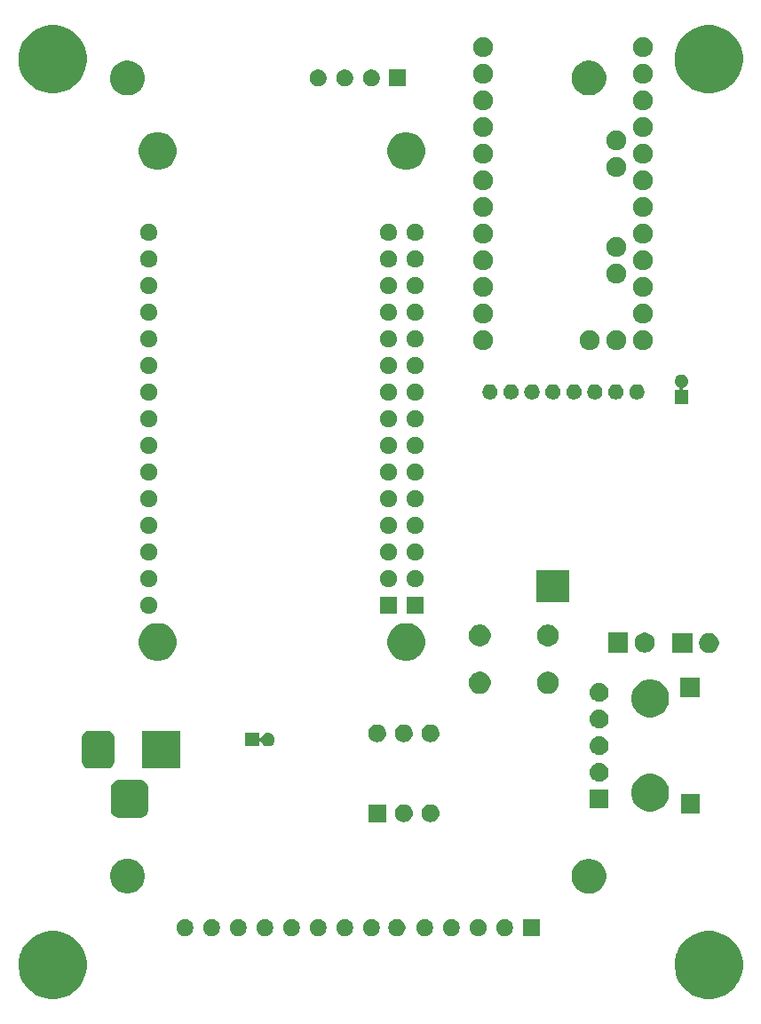
<source format=gbr>
G04 #@! TF.GenerationSoftware,KiCad,Pcbnew,(5.0.2)-1*
G04 #@! TF.CreationDate,2019-09-26T18:13:48+02:00*
G04 #@! TF.ProjectId,AskSinAnalyzer,41736b53-696e-4416-9e61-6c797a65722e,V2.0.1*
G04 #@! TF.SameCoordinates,Original*
G04 #@! TF.FileFunction,Soldermask,Bot*
G04 #@! TF.FilePolarity,Negative*
%FSLAX46Y46*%
G04 Gerber Fmt 4.6, Leading zero omitted, Abs format (unit mm)*
G04 Created by KiCad (PCBNEW (5.0.2)-1) date 26.09.2019 18:13:48*
%MOMM*%
%LPD*%
G01*
G04 APERTURE LIST*
%ADD10C,0.100000*%
G04 APERTURE END LIST*
D10*
G36*
X177228239Y-139051467D02*
X177542282Y-139113934D01*
X178133926Y-139359001D01*
X178423523Y-139552504D01*
X178666395Y-139714786D01*
X179119214Y-140167605D01*
X179119216Y-140167608D01*
X179474999Y-140700074D01*
X179596724Y-140993944D01*
X179720066Y-141291719D01*
X179845000Y-141919803D01*
X179845000Y-142560197D01*
X179782533Y-142874239D01*
X179720066Y-143188282D01*
X179474999Y-143779926D01*
X179227265Y-144150685D01*
X179119214Y-144312395D01*
X178666395Y-144765214D01*
X178666392Y-144765216D01*
X178133926Y-145120999D01*
X177542282Y-145366066D01*
X177228239Y-145428533D01*
X176914197Y-145491000D01*
X176273803Y-145491000D01*
X175959761Y-145428533D01*
X175645718Y-145366066D01*
X175054074Y-145120999D01*
X174521608Y-144765216D01*
X174521605Y-144765214D01*
X174068786Y-144312395D01*
X173960735Y-144150685D01*
X173713001Y-143779926D01*
X173467934Y-143188282D01*
X173405467Y-142874239D01*
X173343000Y-142560197D01*
X173343000Y-141919803D01*
X173467934Y-141291719D01*
X173591276Y-140993944D01*
X173713001Y-140700074D01*
X174068784Y-140167608D01*
X174068786Y-140167605D01*
X174521605Y-139714786D01*
X174764477Y-139552504D01*
X175054074Y-139359001D01*
X175645718Y-139113934D01*
X175959761Y-139051467D01*
X176273803Y-138989000D01*
X176914197Y-138989000D01*
X177228239Y-139051467D01*
X177228239Y-139051467D01*
G37*
G36*
X114680239Y-139051467D02*
X114994282Y-139113934D01*
X115585926Y-139359001D01*
X115875523Y-139552504D01*
X116118395Y-139714786D01*
X116571214Y-140167605D01*
X116571216Y-140167608D01*
X116926999Y-140700074D01*
X117048724Y-140993944D01*
X117172066Y-141291719D01*
X117297000Y-141919803D01*
X117297000Y-142560197D01*
X117234533Y-142874239D01*
X117172066Y-143188282D01*
X116926999Y-143779926D01*
X116679265Y-144150685D01*
X116571214Y-144312395D01*
X116118395Y-144765214D01*
X116118392Y-144765216D01*
X115585926Y-145120999D01*
X114994282Y-145366066D01*
X114680239Y-145428533D01*
X114366197Y-145491000D01*
X113725803Y-145491000D01*
X113411761Y-145428533D01*
X113097718Y-145366066D01*
X112506074Y-145120999D01*
X111973608Y-144765216D01*
X111973605Y-144765214D01*
X111520786Y-144312395D01*
X111412735Y-144150685D01*
X111165001Y-143779926D01*
X110919934Y-143188282D01*
X110857467Y-142874239D01*
X110795000Y-142560197D01*
X110795000Y-141919803D01*
X110919934Y-141291719D01*
X111043276Y-140993944D01*
X111165001Y-140700074D01*
X111520784Y-140167608D01*
X111520786Y-140167605D01*
X111973605Y-139714786D01*
X112216477Y-139552504D01*
X112506074Y-139359001D01*
X113097718Y-139113934D01*
X113411761Y-139051467D01*
X113725803Y-138989000D01*
X114366197Y-138989000D01*
X114680239Y-139051467D01*
X114680239Y-139051467D01*
G37*
G36*
X139575142Y-137891742D02*
X139723102Y-137953030D01*
X139856258Y-138042002D01*
X139969498Y-138155242D01*
X140058470Y-138288398D01*
X140119758Y-138436358D01*
X140151000Y-138593425D01*
X140151000Y-138753575D01*
X140119758Y-138910642D01*
X140058470Y-139058602D01*
X139969498Y-139191758D01*
X139856258Y-139304998D01*
X139723102Y-139393970D01*
X139575142Y-139455258D01*
X139418075Y-139486500D01*
X139257925Y-139486500D01*
X139100858Y-139455258D01*
X138952898Y-139393970D01*
X138819742Y-139304998D01*
X138706502Y-139191758D01*
X138617530Y-139058602D01*
X138556242Y-138910642D01*
X138525000Y-138753575D01*
X138525000Y-138593425D01*
X138556242Y-138436358D01*
X138617530Y-138288398D01*
X138706502Y-138155242D01*
X138819742Y-138042002D01*
X138952898Y-137953030D01*
X139100858Y-137891742D01*
X139257925Y-137860500D01*
X139418075Y-137860500D01*
X139575142Y-137891742D01*
X139575142Y-137891742D01*
G37*
G36*
X157355142Y-137891742D02*
X157503102Y-137953030D01*
X157636258Y-138042002D01*
X157749498Y-138155242D01*
X157838470Y-138288398D01*
X157899758Y-138436358D01*
X157931000Y-138593425D01*
X157931000Y-138753575D01*
X157899758Y-138910642D01*
X157838470Y-139058602D01*
X157749498Y-139191758D01*
X157636258Y-139304998D01*
X157503102Y-139393970D01*
X157355142Y-139455258D01*
X157198075Y-139486500D01*
X157037925Y-139486500D01*
X156880858Y-139455258D01*
X156732898Y-139393970D01*
X156599742Y-139304998D01*
X156486502Y-139191758D01*
X156397530Y-139058602D01*
X156336242Y-138910642D01*
X156305000Y-138753575D01*
X156305000Y-138593425D01*
X156336242Y-138436358D01*
X156397530Y-138288398D01*
X156486502Y-138155242D01*
X156599742Y-138042002D01*
X156732898Y-137953030D01*
X156880858Y-137891742D01*
X157037925Y-137860500D01*
X157198075Y-137860500D01*
X157355142Y-137891742D01*
X157355142Y-137891742D01*
G37*
G36*
X152275142Y-137891742D02*
X152423102Y-137953030D01*
X152556258Y-138042002D01*
X152669498Y-138155242D01*
X152758470Y-138288398D01*
X152819758Y-138436358D01*
X152851000Y-138593425D01*
X152851000Y-138753575D01*
X152819758Y-138910642D01*
X152758470Y-139058602D01*
X152669498Y-139191758D01*
X152556258Y-139304998D01*
X152423102Y-139393970D01*
X152275142Y-139455258D01*
X152118075Y-139486500D01*
X151957925Y-139486500D01*
X151800858Y-139455258D01*
X151652898Y-139393970D01*
X151519742Y-139304998D01*
X151406502Y-139191758D01*
X151317530Y-139058602D01*
X151256242Y-138910642D01*
X151225000Y-138753575D01*
X151225000Y-138593425D01*
X151256242Y-138436358D01*
X151317530Y-138288398D01*
X151406502Y-138155242D01*
X151519742Y-138042002D01*
X151652898Y-137953030D01*
X151800858Y-137891742D01*
X151957925Y-137860500D01*
X152118075Y-137860500D01*
X152275142Y-137891742D01*
X152275142Y-137891742D01*
G37*
G36*
X154845142Y-137891742D02*
X154993102Y-137953030D01*
X155126258Y-138042002D01*
X155239498Y-138155242D01*
X155328470Y-138288398D01*
X155389758Y-138436358D01*
X155421000Y-138593425D01*
X155421000Y-138753575D01*
X155389758Y-138910642D01*
X155328470Y-139058602D01*
X155239498Y-139191758D01*
X155126258Y-139304998D01*
X154993102Y-139393970D01*
X154845142Y-139455258D01*
X154688075Y-139486500D01*
X154527925Y-139486500D01*
X154370858Y-139455258D01*
X154222898Y-139393970D01*
X154089742Y-139304998D01*
X153976502Y-139191758D01*
X153887530Y-139058602D01*
X153826242Y-138910642D01*
X153795000Y-138753575D01*
X153795000Y-138593425D01*
X153826242Y-138436358D01*
X153887530Y-138288398D01*
X153976502Y-138155242D01*
X154089742Y-138042002D01*
X154222898Y-137953030D01*
X154370858Y-137891742D01*
X154527925Y-137860500D01*
X154688075Y-137860500D01*
X154845142Y-137891742D01*
X154845142Y-137891742D01*
G37*
G36*
X160471000Y-139486500D02*
X158845000Y-139486500D01*
X158845000Y-137860500D01*
X160471000Y-137860500D01*
X160471000Y-139486500D01*
X160471000Y-139486500D01*
G37*
G36*
X149735142Y-137891742D02*
X149883102Y-137953030D01*
X150016258Y-138042002D01*
X150129498Y-138155242D01*
X150218470Y-138288398D01*
X150279758Y-138436358D01*
X150311000Y-138593425D01*
X150311000Y-138753575D01*
X150279758Y-138910642D01*
X150218470Y-139058602D01*
X150129498Y-139191758D01*
X150016258Y-139304998D01*
X149883102Y-139393970D01*
X149735142Y-139455258D01*
X149578075Y-139486500D01*
X149417925Y-139486500D01*
X149260858Y-139455258D01*
X149112898Y-139393970D01*
X148979742Y-139304998D01*
X148866502Y-139191758D01*
X148777530Y-139058602D01*
X148716242Y-138910642D01*
X148685000Y-138753575D01*
X148685000Y-138593425D01*
X148716242Y-138436358D01*
X148777530Y-138288398D01*
X148866502Y-138155242D01*
X148979742Y-138042002D01*
X149112898Y-137953030D01*
X149260858Y-137891742D01*
X149417925Y-137860500D01*
X149578075Y-137860500D01*
X149735142Y-137891742D01*
X149735142Y-137891742D01*
G37*
G36*
X147095142Y-137891742D02*
X147243102Y-137953030D01*
X147376258Y-138042002D01*
X147489498Y-138155242D01*
X147578470Y-138288398D01*
X147639758Y-138436358D01*
X147671000Y-138593425D01*
X147671000Y-138753575D01*
X147639758Y-138910642D01*
X147578470Y-139058602D01*
X147489498Y-139191758D01*
X147376258Y-139304998D01*
X147243102Y-139393970D01*
X147095142Y-139455258D01*
X146938075Y-139486500D01*
X146777925Y-139486500D01*
X146620858Y-139455258D01*
X146472898Y-139393970D01*
X146339742Y-139304998D01*
X146226502Y-139191758D01*
X146137530Y-139058602D01*
X146076242Y-138910642D01*
X146045000Y-138753575D01*
X146045000Y-138593425D01*
X146076242Y-138436358D01*
X146137530Y-138288398D01*
X146226502Y-138155242D01*
X146339742Y-138042002D01*
X146472898Y-137953030D01*
X146620858Y-137891742D01*
X146777925Y-137860500D01*
X146938075Y-137860500D01*
X147095142Y-137891742D01*
X147095142Y-137891742D01*
G37*
G36*
X144655142Y-137891742D02*
X144803102Y-137953030D01*
X144936258Y-138042002D01*
X145049498Y-138155242D01*
X145138470Y-138288398D01*
X145199758Y-138436358D01*
X145231000Y-138593425D01*
X145231000Y-138753575D01*
X145199758Y-138910642D01*
X145138470Y-139058602D01*
X145049498Y-139191758D01*
X144936258Y-139304998D01*
X144803102Y-139393970D01*
X144655142Y-139455258D01*
X144498075Y-139486500D01*
X144337925Y-139486500D01*
X144180858Y-139455258D01*
X144032898Y-139393970D01*
X143899742Y-139304998D01*
X143786502Y-139191758D01*
X143697530Y-139058602D01*
X143636242Y-138910642D01*
X143605000Y-138753575D01*
X143605000Y-138593425D01*
X143636242Y-138436358D01*
X143697530Y-138288398D01*
X143786502Y-138155242D01*
X143899742Y-138042002D01*
X144032898Y-137953030D01*
X144180858Y-137891742D01*
X144337925Y-137860500D01*
X144498075Y-137860500D01*
X144655142Y-137891742D01*
X144655142Y-137891742D01*
G37*
G36*
X126875142Y-137891742D02*
X127023102Y-137953030D01*
X127156258Y-138042002D01*
X127269498Y-138155242D01*
X127358470Y-138288398D01*
X127419758Y-138436358D01*
X127451000Y-138593425D01*
X127451000Y-138753575D01*
X127419758Y-138910642D01*
X127358470Y-139058602D01*
X127269498Y-139191758D01*
X127156258Y-139304998D01*
X127023102Y-139393970D01*
X126875142Y-139455258D01*
X126718075Y-139486500D01*
X126557925Y-139486500D01*
X126400858Y-139455258D01*
X126252898Y-139393970D01*
X126119742Y-139304998D01*
X126006502Y-139191758D01*
X125917530Y-139058602D01*
X125856242Y-138910642D01*
X125825000Y-138753575D01*
X125825000Y-138593425D01*
X125856242Y-138436358D01*
X125917530Y-138288398D01*
X126006502Y-138155242D01*
X126119742Y-138042002D01*
X126252898Y-137953030D01*
X126400858Y-137891742D01*
X126557925Y-137860500D01*
X126718075Y-137860500D01*
X126875142Y-137891742D01*
X126875142Y-137891742D01*
G37*
G36*
X129415142Y-137891742D02*
X129563102Y-137953030D01*
X129696258Y-138042002D01*
X129809498Y-138155242D01*
X129898470Y-138288398D01*
X129959758Y-138436358D01*
X129991000Y-138593425D01*
X129991000Y-138753575D01*
X129959758Y-138910642D01*
X129898470Y-139058602D01*
X129809498Y-139191758D01*
X129696258Y-139304998D01*
X129563102Y-139393970D01*
X129415142Y-139455258D01*
X129258075Y-139486500D01*
X129097925Y-139486500D01*
X128940858Y-139455258D01*
X128792898Y-139393970D01*
X128659742Y-139304998D01*
X128546502Y-139191758D01*
X128457530Y-139058602D01*
X128396242Y-138910642D01*
X128365000Y-138753575D01*
X128365000Y-138593425D01*
X128396242Y-138436358D01*
X128457530Y-138288398D01*
X128546502Y-138155242D01*
X128659742Y-138042002D01*
X128792898Y-137953030D01*
X128940858Y-137891742D01*
X129097925Y-137860500D01*
X129258075Y-137860500D01*
X129415142Y-137891742D01*
X129415142Y-137891742D01*
G37*
G36*
X131955142Y-137891742D02*
X132103102Y-137953030D01*
X132236258Y-138042002D01*
X132349498Y-138155242D01*
X132438470Y-138288398D01*
X132499758Y-138436358D01*
X132531000Y-138593425D01*
X132531000Y-138753575D01*
X132499758Y-138910642D01*
X132438470Y-139058602D01*
X132349498Y-139191758D01*
X132236258Y-139304998D01*
X132103102Y-139393970D01*
X131955142Y-139455258D01*
X131798075Y-139486500D01*
X131637925Y-139486500D01*
X131480858Y-139455258D01*
X131332898Y-139393970D01*
X131199742Y-139304998D01*
X131086502Y-139191758D01*
X130997530Y-139058602D01*
X130936242Y-138910642D01*
X130905000Y-138753575D01*
X130905000Y-138593425D01*
X130936242Y-138436358D01*
X130997530Y-138288398D01*
X131086502Y-138155242D01*
X131199742Y-138042002D01*
X131332898Y-137953030D01*
X131480858Y-137891742D01*
X131637925Y-137860500D01*
X131798075Y-137860500D01*
X131955142Y-137891742D01*
X131955142Y-137891742D01*
G37*
G36*
X134495142Y-137891742D02*
X134643102Y-137953030D01*
X134776258Y-138042002D01*
X134889498Y-138155242D01*
X134978470Y-138288398D01*
X135039758Y-138436358D01*
X135071000Y-138593425D01*
X135071000Y-138753575D01*
X135039758Y-138910642D01*
X134978470Y-139058602D01*
X134889498Y-139191758D01*
X134776258Y-139304998D01*
X134643102Y-139393970D01*
X134495142Y-139455258D01*
X134338075Y-139486500D01*
X134177925Y-139486500D01*
X134020858Y-139455258D01*
X133872898Y-139393970D01*
X133739742Y-139304998D01*
X133626502Y-139191758D01*
X133537530Y-139058602D01*
X133476242Y-138910642D01*
X133445000Y-138753575D01*
X133445000Y-138593425D01*
X133476242Y-138436358D01*
X133537530Y-138288398D01*
X133626502Y-138155242D01*
X133739742Y-138042002D01*
X133872898Y-137953030D01*
X134020858Y-137891742D01*
X134177925Y-137860500D01*
X134338075Y-137860500D01*
X134495142Y-137891742D01*
X134495142Y-137891742D01*
G37*
G36*
X137035142Y-137891742D02*
X137183102Y-137953030D01*
X137316258Y-138042002D01*
X137429498Y-138155242D01*
X137518470Y-138288398D01*
X137579758Y-138436358D01*
X137611000Y-138593425D01*
X137611000Y-138753575D01*
X137579758Y-138910642D01*
X137518470Y-139058602D01*
X137429498Y-139191758D01*
X137316258Y-139304998D01*
X137183102Y-139393970D01*
X137035142Y-139455258D01*
X136878075Y-139486500D01*
X136717925Y-139486500D01*
X136560858Y-139455258D01*
X136412898Y-139393970D01*
X136279742Y-139304998D01*
X136166502Y-139191758D01*
X136077530Y-139058602D01*
X136016242Y-138910642D01*
X135985000Y-138753575D01*
X135985000Y-138593425D01*
X136016242Y-138436358D01*
X136077530Y-138288398D01*
X136166502Y-138155242D01*
X136279742Y-138042002D01*
X136412898Y-137953030D01*
X136560858Y-137891742D01*
X136717925Y-137860500D01*
X136878075Y-137860500D01*
X137035142Y-137891742D01*
X137035142Y-137891742D01*
G37*
G36*
X142115142Y-137891742D02*
X142263102Y-137953030D01*
X142396258Y-138042002D01*
X142509498Y-138155242D01*
X142598470Y-138288398D01*
X142659758Y-138436358D01*
X142691000Y-138593425D01*
X142691000Y-138753575D01*
X142659758Y-138910642D01*
X142598470Y-139058602D01*
X142509498Y-139191758D01*
X142396258Y-139304998D01*
X142263102Y-139393970D01*
X142115142Y-139455258D01*
X141958075Y-139486500D01*
X141797925Y-139486500D01*
X141640858Y-139455258D01*
X141492898Y-139393970D01*
X141359742Y-139304998D01*
X141246502Y-139191758D01*
X141157530Y-139058602D01*
X141096242Y-138910642D01*
X141065000Y-138753575D01*
X141065000Y-138593425D01*
X141096242Y-138436358D01*
X141157530Y-138288398D01*
X141246502Y-138155242D01*
X141359742Y-138042002D01*
X141492898Y-137953030D01*
X141640858Y-137891742D01*
X141797925Y-137860500D01*
X141958075Y-137860500D01*
X142115142Y-137891742D01*
X142115142Y-137891742D01*
G37*
G36*
X165539256Y-132160298D02*
X165645579Y-132181447D01*
X165858037Y-132269450D01*
X165914658Y-132292903D01*
X165946042Y-132305903D01*
X166196995Y-132473585D01*
X166216454Y-132486587D01*
X166446413Y-132716546D01*
X166446415Y-132716549D01*
X166627097Y-132986958D01*
X166746169Y-133274422D01*
X166751553Y-133287422D01*
X166815000Y-133606389D01*
X166815000Y-133931611D01*
X166751553Y-134250578D01*
X166627098Y-134551040D01*
X166446413Y-134821454D01*
X166216454Y-135051413D01*
X166216451Y-135051415D01*
X165946042Y-135232097D01*
X165645579Y-135356553D01*
X165539256Y-135377702D01*
X165326611Y-135420000D01*
X165001389Y-135420000D01*
X164788744Y-135377702D01*
X164682421Y-135356553D01*
X164381958Y-135232097D01*
X164111549Y-135051415D01*
X164111546Y-135051413D01*
X163881587Y-134821454D01*
X163700902Y-134551040D01*
X163576447Y-134250578D01*
X163513000Y-133931611D01*
X163513000Y-133606389D01*
X163576447Y-133287422D01*
X163581832Y-133274422D01*
X163700903Y-132986958D01*
X163881585Y-132716549D01*
X163881587Y-132716546D01*
X164111546Y-132486587D01*
X164131005Y-132473585D01*
X164381958Y-132305903D01*
X164413343Y-132292903D01*
X164469963Y-132269450D01*
X164682421Y-132181447D01*
X164788744Y-132160298D01*
X165001389Y-132118000D01*
X165326611Y-132118000D01*
X165539256Y-132160298D01*
X165539256Y-132160298D01*
G37*
G36*
X121533256Y-132147298D02*
X121639579Y-132168447D01*
X121940042Y-132292903D01*
X122206852Y-132471180D01*
X122210454Y-132473587D01*
X122440413Y-132703546D01*
X122621098Y-132973960D01*
X122745553Y-133274422D01*
X122809000Y-133593389D01*
X122809000Y-133918611D01*
X122806414Y-133931611D01*
X122745553Y-134237579D01*
X122621097Y-134538042D01*
X122442820Y-134804852D01*
X122440413Y-134808454D01*
X122210454Y-135038413D01*
X122210451Y-135038415D01*
X121940042Y-135219097D01*
X121940041Y-135219098D01*
X121940040Y-135219098D01*
X121908655Y-135232098D01*
X121639579Y-135343553D01*
X121533256Y-135364702D01*
X121320611Y-135407000D01*
X120995389Y-135407000D01*
X120782744Y-135364702D01*
X120676421Y-135343553D01*
X120407345Y-135232098D01*
X120375960Y-135219098D01*
X120375959Y-135219098D01*
X120375958Y-135219097D01*
X120105549Y-135038415D01*
X120105546Y-135038413D01*
X119875587Y-134808454D01*
X119873180Y-134804852D01*
X119694903Y-134538042D01*
X119570447Y-134237579D01*
X119509586Y-133931611D01*
X119507000Y-133918611D01*
X119507000Y-133593389D01*
X119570447Y-133274422D01*
X119694902Y-132973960D01*
X119875587Y-132703546D01*
X120105546Y-132473587D01*
X120109148Y-132471180D01*
X120375958Y-132292903D01*
X120676421Y-132168447D01*
X120782744Y-132147298D01*
X120995389Y-132105000D01*
X121320611Y-132105000D01*
X121533256Y-132147298D01*
X121533256Y-132147298D01*
G37*
G36*
X147676821Y-126923313D02*
X147676824Y-126923314D01*
X147676825Y-126923314D01*
X147837239Y-126971975D01*
X147837241Y-126971976D01*
X147837244Y-126971977D01*
X147985078Y-127050995D01*
X148114659Y-127157341D01*
X148221005Y-127286922D01*
X148300023Y-127434756D01*
X148300024Y-127434759D01*
X148300025Y-127434761D01*
X148348686Y-127595175D01*
X148348687Y-127595179D01*
X148365117Y-127762000D01*
X148348687Y-127928821D01*
X148348686Y-127928824D01*
X148348686Y-127928825D01*
X148307903Y-128063269D01*
X148300023Y-128089244D01*
X148221005Y-128237078D01*
X148114659Y-128366659D01*
X147985078Y-128473005D01*
X147837244Y-128552023D01*
X147837241Y-128552024D01*
X147837239Y-128552025D01*
X147676825Y-128600686D01*
X147676824Y-128600686D01*
X147676821Y-128600687D01*
X147551804Y-128613000D01*
X147468196Y-128613000D01*
X147343179Y-128600687D01*
X147343176Y-128600686D01*
X147343175Y-128600686D01*
X147182761Y-128552025D01*
X147182759Y-128552024D01*
X147182756Y-128552023D01*
X147034922Y-128473005D01*
X146905341Y-128366659D01*
X146798995Y-128237078D01*
X146719977Y-128089244D01*
X146712098Y-128063269D01*
X146671314Y-127928825D01*
X146671314Y-127928824D01*
X146671313Y-127928821D01*
X146654883Y-127762000D01*
X146671313Y-127595179D01*
X146671314Y-127595175D01*
X146719975Y-127434761D01*
X146719976Y-127434759D01*
X146719977Y-127434756D01*
X146798995Y-127286922D01*
X146905341Y-127157341D01*
X147034922Y-127050995D01*
X147182756Y-126971977D01*
X147182759Y-126971976D01*
X147182761Y-126971975D01*
X147343175Y-126923314D01*
X147343176Y-126923314D01*
X147343179Y-126923313D01*
X147468196Y-126911000D01*
X147551804Y-126911000D01*
X147676821Y-126923313D01*
X147676821Y-126923313D01*
G37*
G36*
X145821000Y-128613000D02*
X144119000Y-128613000D01*
X144119000Y-126911000D01*
X145821000Y-126911000D01*
X145821000Y-128613000D01*
X145821000Y-128613000D01*
G37*
G36*
X150216821Y-126923313D02*
X150216824Y-126923314D01*
X150216825Y-126923314D01*
X150377239Y-126971975D01*
X150377241Y-126971976D01*
X150377244Y-126971977D01*
X150525078Y-127050995D01*
X150654659Y-127157341D01*
X150761005Y-127286922D01*
X150840023Y-127434756D01*
X150840024Y-127434759D01*
X150840025Y-127434761D01*
X150888686Y-127595175D01*
X150888687Y-127595179D01*
X150905117Y-127762000D01*
X150888687Y-127928821D01*
X150888686Y-127928824D01*
X150888686Y-127928825D01*
X150847903Y-128063269D01*
X150840023Y-128089244D01*
X150761005Y-128237078D01*
X150654659Y-128366659D01*
X150525078Y-128473005D01*
X150377244Y-128552023D01*
X150377241Y-128552024D01*
X150377239Y-128552025D01*
X150216825Y-128600686D01*
X150216824Y-128600686D01*
X150216821Y-128600687D01*
X150091804Y-128613000D01*
X150008196Y-128613000D01*
X149883179Y-128600687D01*
X149883176Y-128600686D01*
X149883175Y-128600686D01*
X149722761Y-128552025D01*
X149722759Y-128552024D01*
X149722756Y-128552023D01*
X149574922Y-128473005D01*
X149445341Y-128366659D01*
X149338995Y-128237078D01*
X149259977Y-128089244D01*
X149252098Y-128063269D01*
X149211314Y-127928825D01*
X149211314Y-127928824D01*
X149211313Y-127928821D01*
X149194883Y-127762000D01*
X149211313Y-127595179D01*
X149211314Y-127595175D01*
X149259975Y-127434761D01*
X149259976Y-127434759D01*
X149259977Y-127434756D01*
X149338995Y-127286922D01*
X149445341Y-127157341D01*
X149574922Y-127050995D01*
X149722756Y-126971977D01*
X149722759Y-126971976D01*
X149722761Y-126971975D01*
X149883175Y-126923314D01*
X149883176Y-126923314D01*
X149883179Y-126923313D01*
X150008196Y-126911000D01*
X150091804Y-126911000D01*
X150216821Y-126923313D01*
X150216821Y-126923313D01*
G37*
G36*
X122497366Y-124619695D02*
X122654458Y-124667348D01*
X122799230Y-124744731D01*
X122926128Y-124848872D01*
X123030269Y-124975770D01*
X123107652Y-125120542D01*
X123155305Y-125277634D01*
X123172000Y-125447140D01*
X123172000Y-127360860D01*
X123155305Y-127530366D01*
X123107652Y-127687458D01*
X123030269Y-127832230D01*
X122926128Y-127959128D01*
X122799230Y-128063269D01*
X122654458Y-128140652D01*
X122497366Y-128188305D01*
X122327860Y-128205000D01*
X120414140Y-128205000D01*
X120244634Y-128188305D01*
X120087542Y-128140652D01*
X119942770Y-128063269D01*
X119815872Y-127959128D01*
X119711731Y-127832230D01*
X119634348Y-127687458D01*
X119586695Y-127530366D01*
X119570000Y-127360860D01*
X119570000Y-125447140D01*
X119586695Y-125277634D01*
X119634348Y-125120542D01*
X119711731Y-124975770D01*
X119815872Y-124848872D01*
X119942770Y-124744731D01*
X120087542Y-124667348D01*
X120244634Y-124619695D01*
X120414140Y-124603000D01*
X122327860Y-124603000D01*
X122497366Y-124619695D01*
X122497366Y-124619695D01*
G37*
G36*
X175748000Y-127770000D02*
X173946000Y-127770000D01*
X173946000Y-125968000D01*
X175748000Y-125968000D01*
X175748000Y-127770000D01*
X175748000Y-127770000D01*
G37*
G36*
X171522331Y-124087211D02*
X171850092Y-124222974D01*
X172145073Y-124420074D01*
X172395926Y-124670927D01*
X172593026Y-124965908D01*
X172728789Y-125293669D01*
X172798000Y-125641616D01*
X172798000Y-125996384D01*
X172728789Y-126344331D01*
X172593026Y-126672092D01*
X172395926Y-126967073D01*
X172145073Y-127217926D01*
X171850092Y-127415026D01*
X171522331Y-127550789D01*
X171174384Y-127620000D01*
X170819616Y-127620000D01*
X170471669Y-127550789D01*
X170143908Y-127415026D01*
X169848927Y-127217926D01*
X169598074Y-126967073D01*
X169400974Y-126672092D01*
X169265211Y-126344331D01*
X169196000Y-125996384D01*
X169196000Y-125641616D01*
X169265211Y-125293669D01*
X169400974Y-124965908D01*
X169598074Y-124670927D01*
X169848927Y-124420074D01*
X170143908Y-124222974D01*
X170471669Y-124087211D01*
X170819616Y-124018000D01*
X171174384Y-124018000D01*
X171522331Y-124087211D01*
X171522331Y-124087211D01*
G37*
G36*
X167038000Y-127300000D02*
X165236000Y-127300000D01*
X165236000Y-125498000D01*
X167038000Y-125498000D01*
X167038000Y-127300000D01*
X167038000Y-127300000D01*
G37*
G36*
X166247443Y-122964519D02*
X166313627Y-122971037D01*
X166426853Y-123005384D01*
X166483467Y-123022557D01*
X166562173Y-123064627D01*
X166639991Y-123106222D01*
X166675729Y-123135552D01*
X166777186Y-123218814D01*
X166860448Y-123320271D01*
X166889778Y-123356009D01*
X166889779Y-123356011D01*
X166973443Y-123512533D01*
X166973443Y-123512534D01*
X167024963Y-123682373D01*
X167042359Y-123859000D01*
X167024963Y-124035627D01*
X167009315Y-124087211D01*
X166973443Y-124205467D01*
X166899348Y-124344087D01*
X166889778Y-124361991D01*
X166860448Y-124397729D01*
X166777186Y-124499186D01*
X166675729Y-124582448D01*
X166639991Y-124611778D01*
X166639989Y-124611779D01*
X166483467Y-124695443D01*
X166426853Y-124712616D01*
X166313627Y-124746963D01*
X166247443Y-124753481D01*
X166181260Y-124760000D01*
X166092740Y-124760000D01*
X166026557Y-124753481D01*
X165960373Y-124746963D01*
X165847147Y-124712616D01*
X165790533Y-124695443D01*
X165634011Y-124611779D01*
X165634009Y-124611778D01*
X165598271Y-124582448D01*
X165496814Y-124499186D01*
X165413552Y-124397729D01*
X165384222Y-124361991D01*
X165374652Y-124344087D01*
X165300557Y-124205467D01*
X165264685Y-124087211D01*
X165249037Y-124035627D01*
X165231641Y-123859000D01*
X165249037Y-123682373D01*
X165300557Y-123512534D01*
X165300557Y-123512533D01*
X165384221Y-123356011D01*
X165384222Y-123356009D01*
X165413552Y-123320271D01*
X165496814Y-123218814D01*
X165598271Y-123135552D01*
X165634009Y-123106222D01*
X165711827Y-123064627D01*
X165790533Y-123022557D01*
X165847147Y-123005384D01*
X165960373Y-122971037D01*
X166026557Y-122964519D01*
X166092740Y-122958000D01*
X166181260Y-122958000D01*
X166247443Y-122964519D01*
X166247443Y-122964519D01*
G37*
G36*
X126172000Y-123505000D02*
X122570000Y-123505000D01*
X122570000Y-119903000D01*
X126172000Y-119903000D01*
X126172000Y-123505000D01*
X126172000Y-123505000D01*
G37*
G36*
X119347978Y-119917293D02*
X119481627Y-119957835D01*
X119604782Y-120023662D01*
X119712739Y-120112261D01*
X119801338Y-120220218D01*
X119867165Y-120343373D01*
X119907707Y-120477022D01*
X119922000Y-120622140D01*
X119922000Y-122785860D01*
X119907707Y-122930978D01*
X119867165Y-123064627D01*
X119801338Y-123187782D01*
X119712739Y-123295739D01*
X119604782Y-123384338D01*
X119481627Y-123450165D01*
X119347978Y-123490707D01*
X119202860Y-123505000D01*
X117539140Y-123505000D01*
X117394022Y-123490707D01*
X117260373Y-123450165D01*
X117137218Y-123384338D01*
X117029261Y-123295739D01*
X116940662Y-123187782D01*
X116874835Y-123064627D01*
X116834293Y-122930978D01*
X116820000Y-122785860D01*
X116820000Y-120622140D01*
X116834293Y-120477022D01*
X116874835Y-120343373D01*
X116940662Y-120220218D01*
X117029261Y-120112261D01*
X117137218Y-120023662D01*
X117260373Y-119957835D01*
X117394022Y-119917293D01*
X117539140Y-119903000D01*
X119202860Y-119903000D01*
X119347978Y-119917293D01*
X119347978Y-119917293D01*
G37*
G36*
X166247442Y-120424518D02*
X166313627Y-120431037D01*
X166426853Y-120465384D01*
X166483467Y-120482557D01*
X166567000Y-120527207D01*
X166639991Y-120566222D01*
X166674694Y-120594702D01*
X166777186Y-120678814D01*
X166832864Y-120746659D01*
X166889778Y-120816009D01*
X166889779Y-120816011D01*
X166973443Y-120972533D01*
X166976940Y-120984061D01*
X167024963Y-121142373D01*
X167042359Y-121319000D01*
X167024963Y-121495627D01*
X166990616Y-121608853D01*
X166973443Y-121665467D01*
X166899348Y-121804087D01*
X166889778Y-121821991D01*
X166860448Y-121857729D01*
X166777186Y-121959186D01*
X166675729Y-122042448D01*
X166639991Y-122071778D01*
X166639989Y-122071779D01*
X166483467Y-122155443D01*
X166426853Y-122172616D01*
X166313627Y-122206963D01*
X166247442Y-122213482D01*
X166181260Y-122220000D01*
X166092740Y-122220000D01*
X166026558Y-122213482D01*
X165960373Y-122206963D01*
X165847147Y-122172616D01*
X165790533Y-122155443D01*
X165634011Y-122071779D01*
X165634009Y-122071778D01*
X165598271Y-122042448D01*
X165496814Y-121959186D01*
X165413552Y-121857729D01*
X165384222Y-121821991D01*
X165374652Y-121804087D01*
X165300557Y-121665467D01*
X165283384Y-121608853D01*
X165249037Y-121495627D01*
X165231641Y-121319000D01*
X165249037Y-121142373D01*
X165297060Y-120984061D01*
X165300557Y-120972533D01*
X165384221Y-120816011D01*
X165384222Y-120816009D01*
X165441136Y-120746659D01*
X165496814Y-120678814D01*
X165599306Y-120594702D01*
X165634009Y-120566222D01*
X165707000Y-120527207D01*
X165790533Y-120482557D01*
X165847147Y-120465384D01*
X165960373Y-120431037D01*
X166026558Y-120424518D01*
X166092740Y-120418000D01*
X166181260Y-120418000D01*
X166247442Y-120424518D01*
X166247442Y-120424518D01*
G37*
G36*
X133709000Y-120472104D02*
X133711402Y-120496490D01*
X133718515Y-120519939D01*
X133730066Y-120541550D01*
X133745612Y-120560492D01*
X133764554Y-120576038D01*
X133786165Y-120587589D01*
X133809614Y-120594702D01*
X133834000Y-120597104D01*
X133858386Y-120594702D01*
X133881835Y-120587589D01*
X133903446Y-120576038D01*
X133922388Y-120560492D01*
X133937934Y-120541550D01*
X133949485Y-120519939D01*
X133981089Y-120443639D01*
X133989509Y-120431037D01*
X134052335Y-120337012D01*
X134052336Y-120337011D01*
X134052338Y-120337008D01*
X134143008Y-120246338D01*
X134249639Y-120175089D01*
X134368110Y-120126017D01*
X134493881Y-120101000D01*
X134622119Y-120101000D01*
X134747890Y-120126017D01*
X134866361Y-120175089D01*
X134972992Y-120246338D01*
X135063662Y-120337008D01*
X135063664Y-120337011D01*
X135063665Y-120337012D01*
X135126491Y-120431037D01*
X135134911Y-120443639D01*
X135183983Y-120562110D01*
X135209000Y-120687881D01*
X135209000Y-120816119D01*
X135183983Y-120941890D01*
X135134911Y-121060361D01*
X135063662Y-121166992D01*
X134972992Y-121257662D01*
X134866361Y-121328911D01*
X134747890Y-121377983D01*
X134622119Y-121403000D01*
X134493881Y-121403000D01*
X134368110Y-121377983D01*
X134249639Y-121328911D01*
X134143008Y-121257662D01*
X134052338Y-121166992D01*
X133981089Y-121060361D01*
X133949485Y-120984061D01*
X133937934Y-120962450D01*
X133922389Y-120943508D01*
X133903447Y-120927963D01*
X133881836Y-120916411D01*
X133858387Y-120909298D01*
X133834001Y-120906896D01*
X133809614Y-120909298D01*
X133786165Y-120916411D01*
X133764554Y-120927962D01*
X133745612Y-120943507D01*
X133730067Y-120962449D01*
X133718515Y-120984060D01*
X133711402Y-121007509D01*
X133709000Y-121031896D01*
X133709000Y-121403000D01*
X132407000Y-121403000D01*
X132407000Y-120101000D01*
X133709000Y-120101000D01*
X133709000Y-120472104D01*
X133709000Y-120472104D01*
G37*
G36*
X145136821Y-119303313D02*
X145136824Y-119303314D01*
X145136825Y-119303314D01*
X145297239Y-119351975D01*
X145297241Y-119351976D01*
X145297244Y-119351977D01*
X145445078Y-119430995D01*
X145574659Y-119537341D01*
X145681005Y-119666922D01*
X145760023Y-119814756D01*
X145760024Y-119814759D01*
X145760025Y-119814761D01*
X145791312Y-119917901D01*
X145808687Y-119975179D01*
X145825117Y-120142000D01*
X145808687Y-120308821D01*
X145808686Y-120308824D01*
X145808686Y-120308825D01*
X145767791Y-120443639D01*
X145760023Y-120469244D01*
X145681005Y-120617078D01*
X145574659Y-120746659D01*
X145445078Y-120853005D01*
X145297244Y-120932023D01*
X145297241Y-120932024D01*
X145297239Y-120932025D01*
X145136825Y-120980686D01*
X145136824Y-120980686D01*
X145136821Y-120980687D01*
X145011804Y-120993000D01*
X144928196Y-120993000D01*
X144803179Y-120980687D01*
X144803176Y-120980686D01*
X144803175Y-120980686D01*
X144642761Y-120932025D01*
X144642759Y-120932024D01*
X144642756Y-120932023D01*
X144494922Y-120853005D01*
X144365341Y-120746659D01*
X144258995Y-120617078D01*
X144179977Y-120469244D01*
X144172210Y-120443639D01*
X144131314Y-120308825D01*
X144131314Y-120308824D01*
X144131313Y-120308821D01*
X144114883Y-120142000D01*
X144131313Y-119975179D01*
X144148688Y-119917901D01*
X144179975Y-119814761D01*
X144179976Y-119814759D01*
X144179977Y-119814756D01*
X144258995Y-119666922D01*
X144365341Y-119537341D01*
X144494922Y-119430995D01*
X144642756Y-119351977D01*
X144642759Y-119351976D01*
X144642761Y-119351975D01*
X144803175Y-119303314D01*
X144803176Y-119303314D01*
X144803179Y-119303313D01*
X144928196Y-119291000D01*
X145011804Y-119291000D01*
X145136821Y-119303313D01*
X145136821Y-119303313D01*
G37*
G36*
X150216821Y-119303313D02*
X150216824Y-119303314D01*
X150216825Y-119303314D01*
X150377239Y-119351975D01*
X150377241Y-119351976D01*
X150377244Y-119351977D01*
X150525078Y-119430995D01*
X150654659Y-119537341D01*
X150761005Y-119666922D01*
X150840023Y-119814756D01*
X150840024Y-119814759D01*
X150840025Y-119814761D01*
X150871312Y-119917901D01*
X150888687Y-119975179D01*
X150905117Y-120142000D01*
X150888687Y-120308821D01*
X150888686Y-120308824D01*
X150888686Y-120308825D01*
X150847791Y-120443639D01*
X150840023Y-120469244D01*
X150761005Y-120617078D01*
X150654659Y-120746659D01*
X150525078Y-120853005D01*
X150377244Y-120932023D01*
X150377241Y-120932024D01*
X150377239Y-120932025D01*
X150216825Y-120980686D01*
X150216824Y-120980686D01*
X150216821Y-120980687D01*
X150091804Y-120993000D01*
X150008196Y-120993000D01*
X149883179Y-120980687D01*
X149883176Y-120980686D01*
X149883175Y-120980686D01*
X149722761Y-120932025D01*
X149722759Y-120932024D01*
X149722756Y-120932023D01*
X149574922Y-120853005D01*
X149445341Y-120746659D01*
X149338995Y-120617078D01*
X149259977Y-120469244D01*
X149252210Y-120443639D01*
X149211314Y-120308825D01*
X149211314Y-120308824D01*
X149211313Y-120308821D01*
X149194883Y-120142000D01*
X149211313Y-119975179D01*
X149228688Y-119917901D01*
X149259975Y-119814761D01*
X149259976Y-119814759D01*
X149259977Y-119814756D01*
X149338995Y-119666922D01*
X149445341Y-119537341D01*
X149574922Y-119430995D01*
X149722756Y-119351977D01*
X149722759Y-119351976D01*
X149722761Y-119351975D01*
X149883175Y-119303314D01*
X149883176Y-119303314D01*
X149883179Y-119303313D01*
X150008196Y-119291000D01*
X150091804Y-119291000D01*
X150216821Y-119303313D01*
X150216821Y-119303313D01*
G37*
G36*
X147676821Y-119303313D02*
X147676824Y-119303314D01*
X147676825Y-119303314D01*
X147837239Y-119351975D01*
X147837241Y-119351976D01*
X147837244Y-119351977D01*
X147985078Y-119430995D01*
X148114659Y-119537341D01*
X148221005Y-119666922D01*
X148300023Y-119814756D01*
X148300024Y-119814759D01*
X148300025Y-119814761D01*
X148331312Y-119917901D01*
X148348687Y-119975179D01*
X148365117Y-120142000D01*
X148348687Y-120308821D01*
X148348686Y-120308824D01*
X148348686Y-120308825D01*
X148307791Y-120443639D01*
X148300023Y-120469244D01*
X148221005Y-120617078D01*
X148114659Y-120746659D01*
X147985078Y-120853005D01*
X147837244Y-120932023D01*
X147837241Y-120932024D01*
X147837239Y-120932025D01*
X147676825Y-120980686D01*
X147676824Y-120980686D01*
X147676821Y-120980687D01*
X147551804Y-120993000D01*
X147468196Y-120993000D01*
X147343179Y-120980687D01*
X147343176Y-120980686D01*
X147343175Y-120980686D01*
X147182761Y-120932025D01*
X147182759Y-120932024D01*
X147182756Y-120932023D01*
X147034922Y-120853005D01*
X146905341Y-120746659D01*
X146798995Y-120617078D01*
X146719977Y-120469244D01*
X146712210Y-120443639D01*
X146671314Y-120308825D01*
X146671314Y-120308824D01*
X146671313Y-120308821D01*
X146654883Y-120142000D01*
X146671313Y-119975179D01*
X146688688Y-119917901D01*
X146719975Y-119814761D01*
X146719976Y-119814759D01*
X146719977Y-119814756D01*
X146798995Y-119666922D01*
X146905341Y-119537341D01*
X147034922Y-119430995D01*
X147182756Y-119351977D01*
X147182759Y-119351976D01*
X147182761Y-119351975D01*
X147343175Y-119303314D01*
X147343176Y-119303314D01*
X147343179Y-119303313D01*
X147468196Y-119291000D01*
X147551804Y-119291000D01*
X147676821Y-119303313D01*
X147676821Y-119303313D01*
G37*
G36*
X166247442Y-117884518D02*
X166313627Y-117891037D01*
X166426853Y-117925384D01*
X166483467Y-117942557D01*
X166622087Y-118016652D01*
X166639991Y-118026222D01*
X166675729Y-118055552D01*
X166777186Y-118138814D01*
X166842112Y-118217928D01*
X166889778Y-118276009D01*
X166889779Y-118276011D01*
X166973443Y-118432533D01*
X166973443Y-118432534D01*
X167024963Y-118602373D01*
X167042359Y-118779000D01*
X167024963Y-118955627D01*
X166990616Y-119068853D01*
X166973443Y-119125467D01*
X166899348Y-119264087D01*
X166889778Y-119281991D01*
X166860448Y-119317729D01*
X166777186Y-119419186D01*
X166675729Y-119502448D01*
X166639991Y-119531778D01*
X166639989Y-119531779D01*
X166483467Y-119615443D01*
X166426853Y-119632616D01*
X166313627Y-119666963D01*
X166247442Y-119673482D01*
X166181260Y-119680000D01*
X166092740Y-119680000D01*
X166026558Y-119673482D01*
X165960373Y-119666963D01*
X165847147Y-119632616D01*
X165790533Y-119615443D01*
X165634011Y-119531779D01*
X165634009Y-119531778D01*
X165598271Y-119502448D01*
X165496814Y-119419186D01*
X165413552Y-119317729D01*
X165384222Y-119281991D01*
X165374652Y-119264087D01*
X165300557Y-119125467D01*
X165283384Y-119068853D01*
X165249037Y-118955627D01*
X165231641Y-118779000D01*
X165249037Y-118602373D01*
X165300557Y-118432534D01*
X165300557Y-118432533D01*
X165384221Y-118276011D01*
X165384222Y-118276009D01*
X165431888Y-118217928D01*
X165496814Y-118138814D01*
X165598271Y-118055552D01*
X165634009Y-118026222D01*
X165651913Y-118016652D01*
X165790533Y-117942557D01*
X165847147Y-117925384D01*
X165960373Y-117891037D01*
X166026558Y-117884518D01*
X166092740Y-117878000D01*
X166181260Y-117878000D01*
X166247442Y-117884518D01*
X166247442Y-117884518D01*
G37*
G36*
X171522331Y-115087211D02*
X171850092Y-115222974D01*
X172145073Y-115420074D01*
X172395926Y-115670927D01*
X172593026Y-115965908D01*
X172728789Y-116293669D01*
X172798000Y-116641616D01*
X172798000Y-116996384D01*
X172728789Y-117344331D01*
X172593026Y-117672092D01*
X172395926Y-117967073D01*
X172145073Y-118217926D01*
X171850092Y-118415026D01*
X171522331Y-118550789D01*
X171174384Y-118620000D01*
X170819616Y-118620000D01*
X170471669Y-118550789D01*
X170143908Y-118415026D01*
X169848927Y-118217926D01*
X169598074Y-117967073D01*
X169400974Y-117672092D01*
X169265211Y-117344331D01*
X169196000Y-116996384D01*
X169196000Y-116641616D01*
X169265211Y-116293669D01*
X169400974Y-115965908D01*
X169598074Y-115670927D01*
X169848927Y-115420074D01*
X170143908Y-115222974D01*
X170471669Y-115087211D01*
X170819616Y-115018000D01*
X171174384Y-115018000D01*
X171522331Y-115087211D01*
X171522331Y-115087211D01*
G37*
G36*
X166247443Y-115344519D02*
X166313627Y-115351037D01*
X166426853Y-115385384D01*
X166483467Y-115402557D01*
X166622087Y-115476652D01*
X166639991Y-115486222D01*
X166675729Y-115515552D01*
X166777186Y-115598814D01*
X166836369Y-115670930D01*
X166889778Y-115736009D01*
X166889779Y-115736011D01*
X166973443Y-115892533D01*
X166973443Y-115892534D01*
X167024963Y-116062373D01*
X167042359Y-116239000D01*
X167024963Y-116415627D01*
X166990616Y-116528853D01*
X166973443Y-116585467D01*
X166928258Y-116670000D01*
X166889778Y-116741991D01*
X166860448Y-116777729D01*
X166777186Y-116879186D01*
X166675729Y-116962448D01*
X166639991Y-116991778D01*
X166639989Y-116991779D01*
X166483467Y-117075443D01*
X166426853Y-117092616D01*
X166313627Y-117126963D01*
X166247442Y-117133482D01*
X166181260Y-117140000D01*
X166092740Y-117140000D01*
X166026558Y-117133482D01*
X165960373Y-117126963D01*
X165847147Y-117092616D01*
X165790533Y-117075443D01*
X165634011Y-116991779D01*
X165634009Y-116991778D01*
X165598271Y-116962448D01*
X165496814Y-116879186D01*
X165413552Y-116777729D01*
X165384222Y-116741991D01*
X165345742Y-116670000D01*
X165300557Y-116585467D01*
X165283384Y-116528853D01*
X165249037Y-116415627D01*
X165231641Y-116239000D01*
X165249037Y-116062373D01*
X165300557Y-115892534D01*
X165300557Y-115892533D01*
X165384221Y-115736011D01*
X165384222Y-115736009D01*
X165437631Y-115670930D01*
X165496814Y-115598814D01*
X165598271Y-115515552D01*
X165634009Y-115486222D01*
X165651913Y-115476652D01*
X165790533Y-115402557D01*
X165847147Y-115385384D01*
X165960373Y-115351037D01*
X166026557Y-115344519D01*
X166092740Y-115338000D01*
X166181260Y-115338000D01*
X166247443Y-115344519D01*
X166247443Y-115344519D01*
G37*
G36*
X175698000Y-116670000D02*
X173896000Y-116670000D01*
X173896000Y-114868000D01*
X175698000Y-114868000D01*
X175698000Y-116670000D01*
X175698000Y-116670000D01*
G37*
G36*
X161568565Y-114309389D02*
X161759834Y-114388615D01*
X161931976Y-114503637D01*
X162078363Y-114650024D01*
X162193385Y-114822166D01*
X162272611Y-115013435D01*
X162313000Y-115216484D01*
X162313000Y-115423516D01*
X162272611Y-115626565D01*
X162193385Y-115817834D01*
X162078363Y-115989976D01*
X161931976Y-116136363D01*
X161759834Y-116251385D01*
X161568565Y-116330611D01*
X161365516Y-116371000D01*
X161158484Y-116371000D01*
X160955435Y-116330611D01*
X160764166Y-116251385D01*
X160592024Y-116136363D01*
X160445637Y-115989976D01*
X160330615Y-115817834D01*
X160251389Y-115626565D01*
X160211000Y-115423516D01*
X160211000Y-115216484D01*
X160251389Y-115013435D01*
X160330615Y-114822166D01*
X160445637Y-114650024D01*
X160592024Y-114503637D01*
X160764166Y-114388615D01*
X160955435Y-114309389D01*
X161158484Y-114269000D01*
X161365516Y-114269000D01*
X161568565Y-114309389D01*
X161568565Y-114309389D01*
G37*
G36*
X155068565Y-114309389D02*
X155259834Y-114388615D01*
X155431976Y-114503637D01*
X155578363Y-114650024D01*
X155693385Y-114822166D01*
X155772611Y-115013435D01*
X155813000Y-115216484D01*
X155813000Y-115423516D01*
X155772611Y-115626565D01*
X155693385Y-115817834D01*
X155578363Y-115989976D01*
X155431976Y-116136363D01*
X155259834Y-116251385D01*
X155068565Y-116330611D01*
X154865516Y-116371000D01*
X154658484Y-116371000D01*
X154455435Y-116330611D01*
X154264166Y-116251385D01*
X154092024Y-116136363D01*
X153945637Y-115989976D01*
X153830615Y-115817834D01*
X153751389Y-115626565D01*
X153711000Y-115423516D01*
X153711000Y-115216484D01*
X153751389Y-115013435D01*
X153830615Y-114822166D01*
X153945637Y-114650024D01*
X154092024Y-114503637D01*
X154264166Y-114388615D01*
X154455435Y-114309389D01*
X154658484Y-114269000D01*
X154865516Y-114269000D01*
X155068565Y-114309389D01*
X155068565Y-114309389D01*
G37*
G36*
X148265331Y-109708211D02*
X148593092Y-109843974D01*
X148888073Y-110041074D01*
X149138926Y-110291927D01*
X149336026Y-110586908D01*
X149471789Y-110914669D01*
X149541000Y-111262616D01*
X149541000Y-111617384D01*
X149471789Y-111965331D01*
X149336026Y-112293092D01*
X149138926Y-112588073D01*
X148888073Y-112838926D01*
X148593092Y-113036026D01*
X148265331Y-113171789D01*
X147917384Y-113241000D01*
X147562616Y-113241000D01*
X147214669Y-113171789D01*
X146886908Y-113036026D01*
X146591927Y-112838926D01*
X146341074Y-112588073D01*
X146143974Y-112293092D01*
X146008211Y-111965331D01*
X145939000Y-111617384D01*
X145939000Y-111262616D01*
X146008211Y-110914669D01*
X146143974Y-110586908D01*
X146341074Y-110291927D01*
X146591927Y-110041074D01*
X146886908Y-109843974D01*
X147214669Y-109708211D01*
X147562616Y-109639000D01*
X147917384Y-109639000D01*
X148265331Y-109708211D01*
X148265331Y-109708211D01*
G37*
G36*
X124565331Y-109708211D02*
X124893092Y-109843974D01*
X125188073Y-110041074D01*
X125438926Y-110291927D01*
X125636026Y-110586908D01*
X125771789Y-110914669D01*
X125841000Y-111262616D01*
X125841000Y-111617384D01*
X125771789Y-111965331D01*
X125636026Y-112293092D01*
X125438926Y-112588073D01*
X125188073Y-112838926D01*
X124893092Y-113036026D01*
X124565331Y-113171789D01*
X124217384Y-113241000D01*
X123862616Y-113241000D01*
X123514669Y-113171789D01*
X123186908Y-113036026D01*
X122891927Y-112838926D01*
X122641074Y-112588073D01*
X122443974Y-112293092D01*
X122308211Y-111965331D01*
X122239000Y-111617384D01*
X122239000Y-111262616D01*
X122308211Y-110914669D01*
X122443974Y-110586908D01*
X122641074Y-110291927D01*
X122891927Y-110041074D01*
X123186908Y-109843974D01*
X123514669Y-109708211D01*
X123862616Y-109639000D01*
X124217384Y-109639000D01*
X124565331Y-109708211D01*
X124565331Y-109708211D01*
G37*
G36*
X176883396Y-110616546D02*
X177056466Y-110688234D01*
X177212230Y-110792312D01*
X177344688Y-110924770D01*
X177448766Y-111080534D01*
X177520454Y-111253604D01*
X177557000Y-111437333D01*
X177557000Y-111624667D01*
X177520454Y-111808396D01*
X177448766Y-111981466D01*
X177344688Y-112137230D01*
X177212230Y-112269688D01*
X177056466Y-112373766D01*
X176883396Y-112445454D01*
X176699667Y-112482000D01*
X176512333Y-112482000D01*
X176328604Y-112445454D01*
X176155534Y-112373766D01*
X175999770Y-112269688D01*
X175867312Y-112137230D01*
X175763234Y-111981466D01*
X175691546Y-111808396D01*
X175655000Y-111624667D01*
X175655000Y-111437333D01*
X175691546Y-111253604D01*
X175763234Y-111080534D01*
X175867312Y-110924770D01*
X175999770Y-110792312D01*
X176155534Y-110688234D01*
X176328604Y-110616546D01*
X176512333Y-110580000D01*
X176699667Y-110580000D01*
X176883396Y-110616546D01*
X176883396Y-110616546D01*
G37*
G36*
X175017000Y-112482000D02*
X173115000Y-112482000D01*
X173115000Y-110580000D01*
X175017000Y-110580000D01*
X175017000Y-112482000D01*
X175017000Y-112482000D01*
G37*
G36*
X168883000Y-112457000D02*
X166981000Y-112457000D01*
X166981000Y-110555000D01*
X168883000Y-110555000D01*
X168883000Y-112457000D01*
X168883000Y-112457000D01*
G37*
G36*
X170749396Y-110591546D02*
X170922466Y-110663234D01*
X171078230Y-110767312D01*
X171210688Y-110899770D01*
X171314766Y-111055534D01*
X171386454Y-111228604D01*
X171423000Y-111412333D01*
X171423000Y-111599667D01*
X171386454Y-111783396D01*
X171314766Y-111956466D01*
X171210688Y-112112230D01*
X171078230Y-112244688D01*
X170922466Y-112348766D01*
X170749396Y-112420454D01*
X170565667Y-112457000D01*
X170378333Y-112457000D01*
X170194604Y-112420454D01*
X170021534Y-112348766D01*
X169865770Y-112244688D01*
X169733312Y-112112230D01*
X169629234Y-111956466D01*
X169557546Y-111783396D01*
X169521000Y-111599667D01*
X169521000Y-111412333D01*
X169557546Y-111228604D01*
X169629234Y-111055534D01*
X169733312Y-110899770D01*
X169865770Y-110767312D01*
X170021534Y-110663234D01*
X170194604Y-110591546D01*
X170378333Y-110555000D01*
X170565667Y-110555000D01*
X170749396Y-110591546D01*
X170749396Y-110591546D01*
G37*
G36*
X161568565Y-109809389D02*
X161759834Y-109888615D01*
X161931976Y-110003637D01*
X162078363Y-110150024D01*
X162193385Y-110322166D01*
X162272611Y-110513435D01*
X162313000Y-110716484D01*
X162313000Y-110923516D01*
X162272611Y-111126565D01*
X162193385Y-111317834D01*
X162078363Y-111489976D01*
X161931976Y-111636363D01*
X161759834Y-111751385D01*
X161568565Y-111830611D01*
X161365516Y-111871000D01*
X161158484Y-111871000D01*
X160955435Y-111830611D01*
X160764166Y-111751385D01*
X160592024Y-111636363D01*
X160445637Y-111489976D01*
X160330615Y-111317834D01*
X160251389Y-111126565D01*
X160211000Y-110923516D01*
X160211000Y-110716484D01*
X160251389Y-110513435D01*
X160330615Y-110322166D01*
X160445637Y-110150024D01*
X160592024Y-110003637D01*
X160764166Y-109888615D01*
X160955435Y-109809389D01*
X161158484Y-109769000D01*
X161365516Y-109769000D01*
X161568565Y-109809389D01*
X161568565Y-109809389D01*
G37*
G36*
X155068565Y-109809389D02*
X155259834Y-109888615D01*
X155431976Y-110003637D01*
X155578363Y-110150024D01*
X155693385Y-110322166D01*
X155772611Y-110513435D01*
X155813000Y-110716484D01*
X155813000Y-110923516D01*
X155772611Y-111126565D01*
X155693385Y-111317834D01*
X155578363Y-111489976D01*
X155431976Y-111636363D01*
X155259834Y-111751385D01*
X155068565Y-111830611D01*
X154865516Y-111871000D01*
X154658484Y-111871000D01*
X154455435Y-111830611D01*
X154264166Y-111751385D01*
X154092024Y-111636363D01*
X153945637Y-111489976D01*
X153830615Y-111317834D01*
X153751389Y-111126565D01*
X153711000Y-110923516D01*
X153711000Y-110716484D01*
X153751389Y-110513435D01*
X153830615Y-110322166D01*
X153945637Y-110150024D01*
X154092024Y-110003637D01*
X154264166Y-109888615D01*
X154455435Y-109809389D01*
X154658484Y-109769000D01*
X154865516Y-109769000D01*
X155068565Y-109809389D01*
X155068565Y-109809389D01*
G37*
G36*
X149421000Y-108781000D02*
X147759000Y-108781000D01*
X147759000Y-107119000D01*
X149421000Y-107119000D01*
X149421000Y-108781000D01*
X149421000Y-108781000D01*
G37*
G36*
X146881000Y-108781000D02*
X145219000Y-108781000D01*
X145219000Y-107119000D01*
X146881000Y-107119000D01*
X146881000Y-108781000D01*
X146881000Y-108781000D01*
G37*
G36*
X123432391Y-107150934D02*
X123432393Y-107150935D01*
X123432394Y-107150935D01*
X123583626Y-107213577D01*
X123583627Y-107213578D01*
X123719735Y-107304522D01*
X123835478Y-107420265D01*
X123835480Y-107420268D01*
X123926423Y-107556374D01*
X123989065Y-107707606D01*
X124021000Y-107868154D01*
X124021000Y-108031846D01*
X123989065Y-108192394D01*
X123926423Y-108343626D01*
X123926422Y-108343627D01*
X123835478Y-108479735D01*
X123719735Y-108595478D01*
X123719732Y-108595480D01*
X123583626Y-108686423D01*
X123432394Y-108749065D01*
X123432393Y-108749065D01*
X123432391Y-108749066D01*
X123271848Y-108781000D01*
X123108152Y-108781000D01*
X122947609Y-108749066D01*
X122947607Y-108749065D01*
X122947606Y-108749065D01*
X122796374Y-108686423D01*
X122660268Y-108595480D01*
X122660265Y-108595478D01*
X122544522Y-108479735D01*
X122453578Y-108343627D01*
X122453577Y-108343626D01*
X122390935Y-108192394D01*
X122359000Y-108031846D01*
X122359000Y-107868154D01*
X122390935Y-107707606D01*
X122453577Y-107556374D01*
X122544520Y-107420268D01*
X122544522Y-107420265D01*
X122660265Y-107304522D01*
X122796373Y-107213578D01*
X122796374Y-107213577D01*
X122947606Y-107150935D01*
X122947607Y-107150935D01*
X122947609Y-107150934D01*
X123108152Y-107119000D01*
X123271848Y-107119000D01*
X123432391Y-107150934D01*
X123432391Y-107150934D01*
G37*
G36*
X163273000Y-107672000D02*
X160171000Y-107672000D01*
X160171000Y-104570000D01*
X163273000Y-104570000D01*
X163273000Y-107672000D01*
X163273000Y-107672000D01*
G37*
G36*
X123432391Y-104610934D02*
X123432393Y-104610935D01*
X123432394Y-104610935D01*
X123583626Y-104673577D01*
X123583627Y-104673578D01*
X123719735Y-104764522D01*
X123835478Y-104880265D01*
X123835480Y-104880268D01*
X123926423Y-105016374D01*
X123989065Y-105167606D01*
X124021000Y-105328154D01*
X124021000Y-105491846D01*
X123989065Y-105652394D01*
X123926423Y-105803626D01*
X123926422Y-105803627D01*
X123835478Y-105939735D01*
X123719735Y-106055478D01*
X123719732Y-106055480D01*
X123583626Y-106146423D01*
X123432394Y-106209065D01*
X123432393Y-106209065D01*
X123432391Y-106209066D01*
X123271848Y-106241000D01*
X123108152Y-106241000D01*
X122947609Y-106209066D01*
X122947607Y-106209065D01*
X122947606Y-106209065D01*
X122796374Y-106146423D01*
X122660268Y-106055480D01*
X122660265Y-106055478D01*
X122544522Y-105939735D01*
X122453578Y-105803627D01*
X122453577Y-105803626D01*
X122390935Y-105652394D01*
X122359000Y-105491846D01*
X122359000Y-105328154D01*
X122390935Y-105167606D01*
X122453577Y-105016374D01*
X122544520Y-104880268D01*
X122544522Y-104880265D01*
X122660265Y-104764522D01*
X122796373Y-104673578D01*
X122796374Y-104673577D01*
X122947606Y-104610935D01*
X122947607Y-104610935D01*
X122947609Y-104610934D01*
X123108152Y-104579000D01*
X123271848Y-104579000D01*
X123432391Y-104610934D01*
X123432391Y-104610934D01*
G37*
G36*
X146292391Y-104610934D02*
X146292393Y-104610935D01*
X146292394Y-104610935D01*
X146443626Y-104673577D01*
X146443627Y-104673578D01*
X146579735Y-104764522D01*
X146695478Y-104880265D01*
X146695480Y-104880268D01*
X146786423Y-105016374D01*
X146849065Y-105167606D01*
X146881000Y-105328154D01*
X146881000Y-105491846D01*
X146849065Y-105652394D01*
X146786423Y-105803626D01*
X146786422Y-105803627D01*
X146695478Y-105939735D01*
X146579735Y-106055478D01*
X146579732Y-106055480D01*
X146443626Y-106146423D01*
X146292394Y-106209065D01*
X146292393Y-106209065D01*
X146292391Y-106209066D01*
X146131848Y-106241000D01*
X145968152Y-106241000D01*
X145807609Y-106209066D01*
X145807607Y-106209065D01*
X145807606Y-106209065D01*
X145656374Y-106146423D01*
X145520268Y-106055480D01*
X145520265Y-106055478D01*
X145404522Y-105939735D01*
X145313578Y-105803627D01*
X145313577Y-105803626D01*
X145250935Y-105652394D01*
X145219000Y-105491846D01*
X145219000Y-105328154D01*
X145250935Y-105167606D01*
X145313577Y-105016374D01*
X145404520Y-104880268D01*
X145404522Y-104880265D01*
X145520265Y-104764522D01*
X145656373Y-104673578D01*
X145656374Y-104673577D01*
X145807606Y-104610935D01*
X145807607Y-104610935D01*
X145807609Y-104610934D01*
X145968152Y-104579000D01*
X146131848Y-104579000D01*
X146292391Y-104610934D01*
X146292391Y-104610934D01*
G37*
G36*
X148832391Y-104610934D02*
X148832393Y-104610935D01*
X148832394Y-104610935D01*
X148983626Y-104673577D01*
X148983627Y-104673578D01*
X149119735Y-104764522D01*
X149235478Y-104880265D01*
X149235480Y-104880268D01*
X149326423Y-105016374D01*
X149389065Y-105167606D01*
X149421000Y-105328154D01*
X149421000Y-105491846D01*
X149389065Y-105652394D01*
X149326423Y-105803626D01*
X149326422Y-105803627D01*
X149235478Y-105939735D01*
X149119735Y-106055478D01*
X149119732Y-106055480D01*
X148983626Y-106146423D01*
X148832394Y-106209065D01*
X148832393Y-106209065D01*
X148832391Y-106209066D01*
X148671848Y-106241000D01*
X148508152Y-106241000D01*
X148347609Y-106209066D01*
X148347607Y-106209065D01*
X148347606Y-106209065D01*
X148196374Y-106146423D01*
X148060268Y-106055480D01*
X148060265Y-106055478D01*
X147944522Y-105939735D01*
X147853578Y-105803627D01*
X147853577Y-105803626D01*
X147790935Y-105652394D01*
X147759000Y-105491846D01*
X147759000Y-105328154D01*
X147790935Y-105167606D01*
X147853577Y-105016374D01*
X147944520Y-104880268D01*
X147944522Y-104880265D01*
X148060265Y-104764522D01*
X148196373Y-104673578D01*
X148196374Y-104673577D01*
X148347606Y-104610935D01*
X148347607Y-104610935D01*
X148347609Y-104610934D01*
X148508152Y-104579000D01*
X148671848Y-104579000D01*
X148832391Y-104610934D01*
X148832391Y-104610934D01*
G37*
G36*
X146292391Y-102070934D02*
X146292393Y-102070935D01*
X146292394Y-102070935D01*
X146443626Y-102133577D01*
X146443627Y-102133578D01*
X146579735Y-102224522D01*
X146695478Y-102340265D01*
X146695480Y-102340268D01*
X146786423Y-102476374D01*
X146849065Y-102627606D01*
X146881000Y-102788154D01*
X146881000Y-102951846D01*
X146849065Y-103112394D01*
X146786423Y-103263626D01*
X146786422Y-103263627D01*
X146695478Y-103399735D01*
X146579735Y-103515478D01*
X146579732Y-103515480D01*
X146443626Y-103606423D01*
X146292394Y-103669065D01*
X146292393Y-103669065D01*
X146292391Y-103669066D01*
X146131848Y-103701000D01*
X145968152Y-103701000D01*
X145807609Y-103669066D01*
X145807607Y-103669065D01*
X145807606Y-103669065D01*
X145656374Y-103606423D01*
X145520268Y-103515480D01*
X145520265Y-103515478D01*
X145404522Y-103399735D01*
X145313578Y-103263627D01*
X145313577Y-103263626D01*
X145250935Y-103112394D01*
X145219000Y-102951846D01*
X145219000Y-102788154D01*
X145250935Y-102627606D01*
X145313577Y-102476374D01*
X145404520Y-102340268D01*
X145404522Y-102340265D01*
X145520265Y-102224522D01*
X145656373Y-102133578D01*
X145656374Y-102133577D01*
X145807606Y-102070935D01*
X145807607Y-102070935D01*
X145807609Y-102070934D01*
X145968152Y-102039000D01*
X146131848Y-102039000D01*
X146292391Y-102070934D01*
X146292391Y-102070934D01*
G37*
G36*
X148832391Y-102070934D02*
X148832393Y-102070935D01*
X148832394Y-102070935D01*
X148983626Y-102133577D01*
X148983627Y-102133578D01*
X149119735Y-102224522D01*
X149235478Y-102340265D01*
X149235480Y-102340268D01*
X149326423Y-102476374D01*
X149389065Y-102627606D01*
X149421000Y-102788154D01*
X149421000Y-102951846D01*
X149389065Y-103112394D01*
X149326423Y-103263626D01*
X149326422Y-103263627D01*
X149235478Y-103399735D01*
X149119735Y-103515478D01*
X149119732Y-103515480D01*
X148983626Y-103606423D01*
X148832394Y-103669065D01*
X148832393Y-103669065D01*
X148832391Y-103669066D01*
X148671848Y-103701000D01*
X148508152Y-103701000D01*
X148347609Y-103669066D01*
X148347607Y-103669065D01*
X148347606Y-103669065D01*
X148196374Y-103606423D01*
X148060268Y-103515480D01*
X148060265Y-103515478D01*
X147944522Y-103399735D01*
X147853578Y-103263627D01*
X147853577Y-103263626D01*
X147790935Y-103112394D01*
X147759000Y-102951846D01*
X147759000Y-102788154D01*
X147790935Y-102627606D01*
X147853577Y-102476374D01*
X147944520Y-102340268D01*
X147944522Y-102340265D01*
X148060265Y-102224522D01*
X148196373Y-102133578D01*
X148196374Y-102133577D01*
X148347606Y-102070935D01*
X148347607Y-102070935D01*
X148347609Y-102070934D01*
X148508152Y-102039000D01*
X148671848Y-102039000D01*
X148832391Y-102070934D01*
X148832391Y-102070934D01*
G37*
G36*
X123432391Y-102070934D02*
X123432393Y-102070935D01*
X123432394Y-102070935D01*
X123583626Y-102133577D01*
X123583627Y-102133578D01*
X123719735Y-102224522D01*
X123835478Y-102340265D01*
X123835480Y-102340268D01*
X123926423Y-102476374D01*
X123989065Y-102627606D01*
X124021000Y-102788154D01*
X124021000Y-102951846D01*
X123989065Y-103112394D01*
X123926423Y-103263626D01*
X123926422Y-103263627D01*
X123835478Y-103399735D01*
X123719735Y-103515478D01*
X123719732Y-103515480D01*
X123583626Y-103606423D01*
X123432394Y-103669065D01*
X123432393Y-103669065D01*
X123432391Y-103669066D01*
X123271848Y-103701000D01*
X123108152Y-103701000D01*
X122947609Y-103669066D01*
X122947607Y-103669065D01*
X122947606Y-103669065D01*
X122796374Y-103606423D01*
X122660268Y-103515480D01*
X122660265Y-103515478D01*
X122544522Y-103399735D01*
X122453578Y-103263627D01*
X122453577Y-103263626D01*
X122390935Y-103112394D01*
X122359000Y-102951846D01*
X122359000Y-102788154D01*
X122390935Y-102627606D01*
X122453577Y-102476374D01*
X122544520Y-102340268D01*
X122544522Y-102340265D01*
X122660265Y-102224522D01*
X122796373Y-102133578D01*
X122796374Y-102133577D01*
X122947606Y-102070935D01*
X122947607Y-102070935D01*
X122947609Y-102070934D01*
X123108152Y-102039000D01*
X123271848Y-102039000D01*
X123432391Y-102070934D01*
X123432391Y-102070934D01*
G37*
G36*
X148832391Y-99530934D02*
X148832393Y-99530935D01*
X148832394Y-99530935D01*
X148983626Y-99593577D01*
X148983627Y-99593578D01*
X149119735Y-99684522D01*
X149235478Y-99800265D01*
X149235480Y-99800268D01*
X149326423Y-99936374D01*
X149389065Y-100087606D01*
X149421000Y-100248154D01*
X149421000Y-100411846D01*
X149389065Y-100572394D01*
X149326423Y-100723626D01*
X149326422Y-100723627D01*
X149235478Y-100859735D01*
X149119735Y-100975478D01*
X149119732Y-100975480D01*
X148983626Y-101066423D01*
X148832394Y-101129065D01*
X148832393Y-101129065D01*
X148832391Y-101129066D01*
X148671848Y-101161000D01*
X148508152Y-101161000D01*
X148347609Y-101129066D01*
X148347607Y-101129065D01*
X148347606Y-101129065D01*
X148196374Y-101066423D01*
X148060268Y-100975480D01*
X148060265Y-100975478D01*
X147944522Y-100859735D01*
X147853578Y-100723627D01*
X147853577Y-100723626D01*
X147790935Y-100572394D01*
X147759000Y-100411846D01*
X147759000Y-100248154D01*
X147790935Y-100087606D01*
X147853577Y-99936374D01*
X147944520Y-99800268D01*
X147944522Y-99800265D01*
X148060265Y-99684522D01*
X148196373Y-99593578D01*
X148196374Y-99593577D01*
X148347606Y-99530935D01*
X148347607Y-99530935D01*
X148347609Y-99530934D01*
X148508152Y-99499000D01*
X148671848Y-99499000D01*
X148832391Y-99530934D01*
X148832391Y-99530934D01*
G37*
G36*
X146292391Y-99530934D02*
X146292393Y-99530935D01*
X146292394Y-99530935D01*
X146443626Y-99593577D01*
X146443627Y-99593578D01*
X146579735Y-99684522D01*
X146695478Y-99800265D01*
X146695480Y-99800268D01*
X146786423Y-99936374D01*
X146849065Y-100087606D01*
X146881000Y-100248154D01*
X146881000Y-100411846D01*
X146849065Y-100572394D01*
X146786423Y-100723626D01*
X146786422Y-100723627D01*
X146695478Y-100859735D01*
X146579735Y-100975478D01*
X146579732Y-100975480D01*
X146443626Y-101066423D01*
X146292394Y-101129065D01*
X146292393Y-101129065D01*
X146292391Y-101129066D01*
X146131848Y-101161000D01*
X145968152Y-101161000D01*
X145807609Y-101129066D01*
X145807607Y-101129065D01*
X145807606Y-101129065D01*
X145656374Y-101066423D01*
X145520268Y-100975480D01*
X145520265Y-100975478D01*
X145404522Y-100859735D01*
X145313578Y-100723627D01*
X145313577Y-100723626D01*
X145250935Y-100572394D01*
X145219000Y-100411846D01*
X145219000Y-100248154D01*
X145250935Y-100087606D01*
X145313577Y-99936374D01*
X145404520Y-99800268D01*
X145404522Y-99800265D01*
X145520265Y-99684522D01*
X145656373Y-99593578D01*
X145656374Y-99593577D01*
X145807606Y-99530935D01*
X145807607Y-99530935D01*
X145807609Y-99530934D01*
X145968152Y-99499000D01*
X146131848Y-99499000D01*
X146292391Y-99530934D01*
X146292391Y-99530934D01*
G37*
G36*
X123432391Y-99530934D02*
X123432393Y-99530935D01*
X123432394Y-99530935D01*
X123583626Y-99593577D01*
X123583627Y-99593578D01*
X123719735Y-99684522D01*
X123835478Y-99800265D01*
X123835480Y-99800268D01*
X123926423Y-99936374D01*
X123989065Y-100087606D01*
X124021000Y-100248154D01*
X124021000Y-100411846D01*
X123989065Y-100572394D01*
X123926423Y-100723626D01*
X123926422Y-100723627D01*
X123835478Y-100859735D01*
X123719735Y-100975478D01*
X123719732Y-100975480D01*
X123583626Y-101066423D01*
X123432394Y-101129065D01*
X123432393Y-101129065D01*
X123432391Y-101129066D01*
X123271848Y-101161000D01*
X123108152Y-101161000D01*
X122947609Y-101129066D01*
X122947607Y-101129065D01*
X122947606Y-101129065D01*
X122796374Y-101066423D01*
X122660268Y-100975480D01*
X122660265Y-100975478D01*
X122544522Y-100859735D01*
X122453578Y-100723627D01*
X122453577Y-100723626D01*
X122390935Y-100572394D01*
X122359000Y-100411846D01*
X122359000Y-100248154D01*
X122390935Y-100087606D01*
X122453577Y-99936374D01*
X122544520Y-99800268D01*
X122544522Y-99800265D01*
X122660265Y-99684522D01*
X122796373Y-99593578D01*
X122796374Y-99593577D01*
X122947606Y-99530935D01*
X122947607Y-99530935D01*
X122947609Y-99530934D01*
X123108152Y-99499000D01*
X123271848Y-99499000D01*
X123432391Y-99530934D01*
X123432391Y-99530934D01*
G37*
G36*
X148832391Y-96990934D02*
X148832393Y-96990935D01*
X148832394Y-96990935D01*
X148983626Y-97053577D01*
X148983627Y-97053578D01*
X149119735Y-97144522D01*
X149235478Y-97260265D01*
X149235480Y-97260268D01*
X149326423Y-97396374D01*
X149389065Y-97547606D01*
X149421000Y-97708154D01*
X149421000Y-97871846D01*
X149389065Y-98032394D01*
X149326423Y-98183626D01*
X149326422Y-98183627D01*
X149235478Y-98319735D01*
X149119735Y-98435478D01*
X149119732Y-98435480D01*
X148983626Y-98526423D01*
X148832394Y-98589065D01*
X148832393Y-98589065D01*
X148832391Y-98589066D01*
X148671848Y-98621000D01*
X148508152Y-98621000D01*
X148347609Y-98589066D01*
X148347607Y-98589065D01*
X148347606Y-98589065D01*
X148196374Y-98526423D01*
X148060268Y-98435480D01*
X148060265Y-98435478D01*
X147944522Y-98319735D01*
X147853578Y-98183627D01*
X147853577Y-98183626D01*
X147790935Y-98032394D01*
X147759000Y-97871846D01*
X147759000Y-97708154D01*
X147790935Y-97547606D01*
X147853577Y-97396374D01*
X147944520Y-97260268D01*
X147944522Y-97260265D01*
X148060265Y-97144522D01*
X148196373Y-97053578D01*
X148196374Y-97053577D01*
X148347606Y-96990935D01*
X148347607Y-96990935D01*
X148347609Y-96990934D01*
X148508152Y-96959000D01*
X148671848Y-96959000D01*
X148832391Y-96990934D01*
X148832391Y-96990934D01*
G37*
G36*
X146292391Y-96990934D02*
X146292393Y-96990935D01*
X146292394Y-96990935D01*
X146443626Y-97053577D01*
X146443627Y-97053578D01*
X146579735Y-97144522D01*
X146695478Y-97260265D01*
X146695480Y-97260268D01*
X146786423Y-97396374D01*
X146849065Y-97547606D01*
X146881000Y-97708154D01*
X146881000Y-97871846D01*
X146849065Y-98032394D01*
X146786423Y-98183626D01*
X146786422Y-98183627D01*
X146695478Y-98319735D01*
X146579735Y-98435478D01*
X146579732Y-98435480D01*
X146443626Y-98526423D01*
X146292394Y-98589065D01*
X146292393Y-98589065D01*
X146292391Y-98589066D01*
X146131848Y-98621000D01*
X145968152Y-98621000D01*
X145807609Y-98589066D01*
X145807607Y-98589065D01*
X145807606Y-98589065D01*
X145656374Y-98526423D01*
X145520268Y-98435480D01*
X145520265Y-98435478D01*
X145404522Y-98319735D01*
X145313578Y-98183627D01*
X145313577Y-98183626D01*
X145250935Y-98032394D01*
X145219000Y-97871846D01*
X145219000Y-97708154D01*
X145250935Y-97547606D01*
X145313577Y-97396374D01*
X145404520Y-97260268D01*
X145404522Y-97260265D01*
X145520265Y-97144522D01*
X145656373Y-97053578D01*
X145656374Y-97053577D01*
X145807606Y-96990935D01*
X145807607Y-96990935D01*
X145807609Y-96990934D01*
X145968152Y-96959000D01*
X146131848Y-96959000D01*
X146292391Y-96990934D01*
X146292391Y-96990934D01*
G37*
G36*
X123432391Y-96990934D02*
X123432393Y-96990935D01*
X123432394Y-96990935D01*
X123583626Y-97053577D01*
X123583627Y-97053578D01*
X123719735Y-97144522D01*
X123835478Y-97260265D01*
X123835480Y-97260268D01*
X123926423Y-97396374D01*
X123989065Y-97547606D01*
X124021000Y-97708154D01*
X124021000Y-97871846D01*
X123989065Y-98032394D01*
X123926423Y-98183626D01*
X123926422Y-98183627D01*
X123835478Y-98319735D01*
X123719735Y-98435478D01*
X123719732Y-98435480D01*
X123583626Y-98526423D01*
X123432394Y-98589065D01*
X123432393Y-98589065D01*
X123432391Y-98589066D01*
X123271848Y-98621000D01*
X123108152Y-98621000D01*
X122947609Y-98589066D01*
X122947607Y-98589065D01*
X122947606Y-98589065D01*
X122796374Y-98526423D01*
X122660268Y-98435480D01*
X122660265Y-98435478D01*
X122544522Y-98319735D01*
X122453578Y-98183627D01*
X122453577Y-98183626D01*
X122390935Y-98032394D01*
X122359000Y-97871846D01*
X122359000Y-97708154D01*
X122390935Y-97547606D01*
X122453577Y-97396374D01*
X122544520Y-97260268D01*
X122544522Y-97260265D01*
X122660265Y-97144522D01*
X122796373Y-97053578D01*
X122796374Y-97053577D01*
X122947606Y-96990935D01*
X122947607Y-96990935D01*
X122947609Y-96990934D01*
X123108152Y-96959000D01*
X123271848Y-96959000D01*
X123432391Y-96990934D01*
X123432391Y-96990934D01*
G37*
G36*
X148832391Y-94450934D02*
X148832393Y-94450935D01*
X148832394Y-94450935D01*
X148983626Y-94513577D01*
X148983627Y-94513578D01*
X149119735Y-94604522D01*
X149235478Y-94720265D01*
X149235480Y-94720268D01*
X149326423Y-94856374D01*
X149389065Y-95007606D01*
X149421000Y-95168154D01*
X149421000Y-95331846D01*
X149389065Y-95492394D01*
X149326423Y-95643626D01*
X149326422Y-95643627D01*
X149235478Y-95779735D01*
X149119735Y-95895478D01*
X149119732Y-95895480D01*
X148983626Y-95986423D01*
X148832394Y-96049065D01*
X148832393Y-96049065D01*
X148832391Y-96049066D01*
X148671848Y-96081000D01*
X148508152Y-96081000D01*
X148347609Y-96049066D01*
X148347607Y-96049065D01*
X148347606Y-96049065D01*
X148196374Y-95986423D01*
X148060268Y-95895480D01*
X148060265Y-95895478D01*
X147944522Y-95779735D01*
X147853578Y-95643627D01*
X147853577Y-95643626D01*
X147790935Y-95492394D01*
X147759000Y-95331846D01*
X147759000Y-95168154D01*
X147790935Y-95007606D01*
X147853577Y-94856374D01*
X147944520Y-94720268D01*
X147944522Y-94720265D01*
X148060265Y-94604522D01*
X148196373Y-94513578D01*
X148196374Y-94513577D01*
X148347606Y-94450935D01*
X148347607Y-94450935D01*
X148347609Y-94450934D01*
X148508152Y-94419000D01*
X148671848Y-94419000D01*
X148832391Y-94450934D01*
X148832391Y-94450934D01*
G37*
G36*
X146292391Y-94450934D02*
X146292393Y-94450935D01*
X146292394Y-94450935D01*
X146443626Y-94513577D01*
X146443627Y-94513578D01*
X146579735Y-94604522D01*
X146695478Y-94720265D01*
X146695480Y-94720268D01*
X146786423Y-94856374D01*
X146849065Y-95007606D01*
X146881000Y-95168154D01*
X146881000Y-95331846D01*
X146849065Y-95492394D01*
X146786423Y-95643626D01*
X146786422Y-95643627D01*
X146695478Y-95779735D01*
X146579735Y-95895478D01*
X146579732Y-95895480D01*
X146443626Y-95986423D01*
X146292394Y-96049065D01*
X146292393Y-96049065D01*
X146292391Y-96049066D01*
X146131848Y-96081000D01*
X145968152Y-96081000D01*
X145807609Y-96049066D01*
X145807607Y-96049065D01*
X145807606Y-96049065D01*
X145656374Y-95986423D01*
X145520268Y-95895480D01*
X145520265Y-95895478D01*
X145404522Y-95779735D01*
X145313578Y-95643627D01*
X145313577Y-95643626D01*
X145250935Y-95492394D01*
X145219000Y-95331846D01*
X145219000Y-95168154D01*
X145250935Y-95007606D01*
X145313577Y-94856374D01*
X145404520Y-94720268D01*
X145404522Y-94720265D01*
X145520265Y-94604522D01*
X145656373Y-94513578D01*
X145656374Y-94513577D01*
X145807606Y-94450935D01*
X145807607Y-94450935D01*
X145807609Y-94450934D01*
X145968152Y-94419000D01*
X146131848Y-94419000D01*
X146292391Y-94450934D01*
X146292391Y-94450934D01*
G37*
G36*
X123432391Y-94450934D02*
X123432393Y-94450935D01*
X123432394Y-94450935D01*
X123583626Y-94513577D01*
X123583627Y-94513578D01*
X123719735Y-94604522D01*
X123835478Y-94720265D01*
X123835480Y-94720268D01*
X123926423Y-94856374D01*
X123989065Y-95007606D01*
X124021000Y-95168154D01*
X124021000Y-95331846D01*
X123989065Y-95492394D01*
X123926423Y-95643626D01*
X123926422Y-95643627D01*
X123835478Y-95779735D01*
X123719735Y-95895478D01*
X123719732Y-95895480D01*
X123583626Y-95986423D01*
X123432394Y-96049065D01*
X123432393Y-96049065D01*
X123432391Y-96049066D01*
X123271848Y-96081000D01*
X123108152Y-96081000D01*
X122947609Y-96049066D01*
X122947607Y-96049065D01*
X122947606Y-96049065D01*
X122796374Y-95986423D01*
X122660268Y-95895480D01*
X122660265Y-95895478D01*
X122544522Y-95779735D01*
X122453578Y-95643627D01*
X122453577Y-95643626D01*
X122390935Y-95492394D01*
X122359000Y-95331846D01*
X122359000Y-95168154D01*
X122390935Y-95007606D01*
X122453577Y-94856374D01*
X122544520Y-94720268D01*
X122544522Y-94720265D01*
X122660265Y-94604522D01*
X122796373Y-94513578D01*
X122796374Y-94513577D01*
X122947606Y-94450935D01*
X122947607Y-94450935D01*
X122947609Y-94450934D01*
X123108152Y-94419000D01*
X123271848Y-94419000D01*
X123432391Y-94450934D01*
X123432391Y-94450934D01*
G37*
G36*
X146292391Y-91910934D02*
X146292393Y-91910935D01*
X146292394Y-91910935D01*
X146443626Y-91973577D01*
X146443627Y-91973578D01*
X146579735Y-92064522D01*
X146695478Y-92180265D01*
X146695480Y-92180268D01*
X146786423Y-92316374D01*
X146849065Y-92467606D01*
X146881000Y-92628154D01*
X146881000Y-92791846D01*
X146849065Y-92952394D01*
X146786423Y-93103626D01*
X146786422Y-93103627D01*
X146695478Y-93239735D01*
X146579735Y-93355478D01*
X146579732Y-93355480D01*
X146443626Y-93446423D01*
X146292394Y-93509065D01*
X146292393Y-93509065D01*
X146292391Y-93509066D01*
X146131848Y-93541000D01*
X145968152Y-93541000D01*
X145807609Y-93509066D01*
X145807607Y-93509065D01*
X145807606Y-93509065D01*
X145656374Y-93446423D01*
X145520268Y-93355480D01*
X145520265Y-93355478D01*
X145404522Y-93239735D01*
X145313578Y-93103627D01*
X145313577Y-93103626D01*
X145250935Y-92952394D01*
X145219000Y-92791846D01*
X145219000Y-92628154D01*
X145250935Y-92467606D01*
X145313577Y-92316374D01*
X145404520Y-92180268D01*
X145404522Y-92180265D01*
X145520265Y-92064522D01*
X145656373Y-91973578D01*
X145656374Y-91973577D01*
X145807606Y-91910935D01*
X145807607Y-91910935D01*
X145807609Y-91910934D01*
X145968152Y-91879000D01*
X146131848Y-91879000D01*
X146292391Y-91910934D01*
X146292391Y-91910934D01*
G37*
G36*
X148832391Y-91910934D02*
X148832393Y-91910935D01*
X148832394Y-91910935D01*
X148983626Y-91973577D01*
X148983627Y-91973578D01*
X149119735Y-92064522D01*
X149235478Y-92180265D01*
X149235480Y-92180268D01*
X149326423Y-92316374D01*
X149389065Y-92467606D01*
X149421000Y-92628154D01*
X149421000Y-92791846D01*
X149389065Y-92952394D01*
X149326423Y-93103626D01*
X149326422Y-93103627D01*
X149235478Y-93239735D01*
X149119735Y-93355478D01*
X149119732Y-93355480D01*
X148983626Y-93446423D01*
X148832394Y-93509065D01*
X148832393Y-93509065D01*
X148832391Y-93509066D01*
X148671848Y-93541000D01*
X148508152Y-93541000D01*
X148347609Y-93509066D01*
X148347607Y-93509065D01*
X148347606Y-93509065D01*
X148196374Y-93446423D01*
X148060268Y-93355480D01*
X148060265Y-93355478D01*
X147944522Y-93239735D01*
X147853578Y-93103627D01*
X147853577Y-93103626D01*
X147790935Y-92952394D01*
X147759000Y-92791846D01*
X147759000Y-92628154D01*
X147790935Y-92467606D01*
X147853577Y-92316374D01*
X147944520Y-92180268D01*
X147944522Y-92180265D01*
X148060265Y-92064522D01*
X148196373Y-91973578D01*
X148196374Y-91973577D01*
X148347606Y-91910935D01*
X148347607Y-91910935D01*
X148347609Y-91910934D01*
X148508152Y-91879000D01*
X148671848Y-91879000D01*
X148832391Y-91910934D01*
X148832391Y-91910934D01*
G37*
G36*
X123432391Y-91910934D02*
X123432393Y-91910935D01*
X123432394Y-91910935D01*
X123583626Y-91973577D01*
X123583627Y-91973578D01*
X123719735Y-92064522D01*
X123835478Y-92180265D01*
X123835480Y-92180268D01*
X123926423Y-92316374D01*
X123989065Y-92467606D01*
X124021000Y-92628154D01*
X124021000Y-92791846D01*
X123989065Y-92952394D01*
X123926423Y-93103626D01*
X123926422Y-93103627D01*
X123835478Y-93239735D01*
X123719735Y-93355478D01*
X123719732Y-93355480D01*
X123583626Y-93446423D01*
X123432394Y-93509065D01*
X123432393Y-93509065D01*
X123432391Y-93509066D01*
X123271848Y-93541000D01*
X123108152Y-93541000D01*
X122947609Y-93509066D01*
X122947607Y-93509065D01*
X122947606Y-93509065D01*
X122796374Y-93446423D01*
X122660268Y-93355480D01*
X122660265Y-93355478D01*
X122544522Y-93239735D01*
X122453578Y-93103627D01*
X122453577Y-93103626D01*
X122390935Y-92952394D01*
X122359000Y-92791846D01*
X122359000Y-92628154D01*
X122390935Y-92467606D01*
X122453577Y-92316374D01*
X122544520Y-92180268D01*
X122544522Y-92180265D01*
X122660265Y-92064522D01*
X122796373Y-91973578D01*
X122796374Y-91973577D01*
X122947606Y-91910935D01*
X122947607Y-91910935D01*
X122947609Y-91910934D01*
X123108152Y-91879000D01*
X123271848Y-91879000D01*
X123432391Y-91910934D01*
X123432391Y-91910934D01*
G37*
G36*
X148832391Y-89370934D02*
X148832393Y-89370935D01*
X148832394Y-89370935D01*
X148983626Y-89433577D01*
X148983627Y-89433578D01*
X149119735Y-89524522D01*
X149235478Y-89640265D01*
X149235480Y-89640268D01*
X149326423Y-89776374D01*
X149389065Y-89927606D01*
X149421000Y-90088154D01*
X149421000Y-90251846D01*
X149389065Y-90412394D01*
X149326423Y-90563626D01*
X149326422Y-90563627D01*
X149235478Y-90699735D01*
X149119735Y-90815478D01*
X149119732Y-90815480D01*
X148983626Y-90906423D01*
X148832394Y-90969065D01*
X148832393Y-90969065D01*
X148832391Y-90969066D01*
X148671848Y-91001000D01*
X148508152Y-91001000D01*
X148347609Y-90969066D01*
X148347607Y-90969065D01*
X148347606Y-90969065D01*
X148196374Y-90906423D01*
X148060268Y-90815480D01*
X148060265Y-90815478D01*
X147944522Y-90699735D01*
X147853578Y-90563627D01*
X147853577Y-90563626D01*
X147790935Y-90412394D01*
X147759000Y-90251846D01*
X147759000Y-90088154D01*
X147790935Y-89927606D01*
X147853577Y-89776374D01*
X147944520Y-89640268D01*
X147944522Y-89640265D01*
X148060265Y-89524522D01*
X148196373Y-89433578D01*
X148196374Y-89433577D01*
X148347606Y-89370935D01*
X148347607Y-89370935D01*
X148347609Y-89370934D01*
X148508152Y-89339000D01*
X148671848Y-89339000D01*
X148832391Y-89370934D01*
X148832391Y-89370934D01*
G37*
G36*
X123432391Y-89370934D02*
X123432393Y-89370935D01*
X123432394Y-89370935D01*
X123583626Y-89433577D01*
X123583627Y-89433578D01*
X123719735Y-89524522D01*
X123835478Y-89640265D01*
X123835480Y-89640268D01*
X123926423Y-89776374D01*
X123989065Y-89927606D01*
X124021000Y-90088154D01*
X124021000Y-90251846D01*
X123989065Y-90412394D01*
X123926423Y-90563626D01*
X123926422Y-90563627D01*
X123835478Y-90699735D01*
X123719735Y-90815478D01*
X123719732Y-90815480D01*
X123583626Y-90906423D01*
X123432394Y-90969065D01*
X123432393Y-90969065D01*
X123432391Y-90969066D01*
X123271848Y-91001000D01*
X123108152Y-91001000D01*
X122947609Y-90969066D01*
X122947607Y-90969065D01*
X122947606Y-90969065D01*
X122796374Y-90906423D01*
X122660268Y-90815480D01*
X122660265Y-90815478D01*
X122544522Y-90699735D01*
X122453578Y-90563627D01*
X122453577Y-90563626D01*
X122390935Y-90412394D01*
X122359000Y-90251846D01*
X122359000Y-90088154D01*
X122390935Y-89927606D01*
X122453577Y-89776374D01*
X122544520Y-89640268D01*
X122544522Y-89640265D01*
X122660265Y-89524522D01*
X122796373Y-89433578D01*
X122796374Y-89433577D01*
X122947606Y-89370935D01*
X122947607Y-89370935D01*
X122947609Y-89370934D01*
X123108152Y-89339000D01*
X123271848Y-89339000D01*
X123432391Y-89370934D01*
X123432391Y-89370934D01*
G37*
G36*
X146292391Y-89370934D02*
X146292393Y-89370935D01*
X146292394Y-89370935D01*
X146443626Y-89433577D01*
X146443627Y-89433578D01*
X146579735Y-89524522D01*
X146695478Y-89640265D01*
X146695480Y-89640268D01*
X146786423Y-89776374D01*
X146849065Y-89927606D01*
X146881000Y-90088154D01*
X146881000Y-90251846D01*
X146849065Y-90412394D01*
X146786423Y-90563626D01*
X146786422Y-90563627D01*
X146695478Y-90699735D01*
X146579735Y-90815478D01*
X146579732Y-90815480D01*
X146443626Y-90906423D01*
X146292394Y-90969065D01*
X146292393Y-90969065D01*
X146292391Y-90969066D01*
X146131848Y-91001000D01*
X145968152Y-91001000D01*
X145807609Y-90969066D01*
X145807607Y-90969065D01*
X145807606Y-90969065D01*
X145656374Y-90906423D01*
X145520268Y-90815480D01*
X145520265Y-90815478D01*
X145404522Y-90699735D01*
X145313578Y-90563627D01*
X145313577Y-90563626D01*
X145250935Y-90412394D01*
X145219000Y-90251846D01*
X145219000Y-90088154D01*
X145250935Y-89927606D01*
X145313577Y-89776374D01*
X145404520Y-89640268D01*
X145404522Y-89640265D01*
X145520265Y-89524522D01*
X145656373Y-89433578D01*
X145656374Y-89433577D01*
X145807606Y-89370935D01*
X145807607Y-89370935D01*
X145807609Y-89370934D01*
X145968152Y-89339000D01*
X146131848Y-89339000D01*
X146292391Y-89370934D01*
X146292391Y-89370934D01*
G37*
G36*
X174179890Y-85961217D02*
X174298361Y-86010289D01*
X174404992Y-86081538D01*
X174495662Y-86172208D01*
X174566911Y-86278839D01*
X174615983Y-86397310D01*
X174641000Y-86523081D01*
X174641000Y-86651319D01*
X174615983Y-86777090D01*
X174566911Y-86895561D01*
X174495662Y-87002192D01*
X174404992Y-87092862D01*
X174404989Y-87092864D01*
X174404988Y-87092865D01*
X174353599Y-87127202D01*
X174298361Y-87164111D01*
X174222061Y-87195715D01*
X174200450Y-87207266D01*
X174181508Y-87222811D01*
X174165963Y-87241753D01*
X174154411Y-87263364D01*
X174147298Y-87286813D01*
X174144896Y-87311199D01*
X174147298Y-87335586D01*
X174154411Y-87359035D01*
X174165962Y-87380646D01*
X174181507Y-87399588D01*
X174200449Y-87415133D01*
X174222060Y-87426685D01*
X174245509Y-87433798D01*
X174269896Y-87436200D01*
X174641000Y-87436200D01*
X174641000Y-88738200D01*
X173339000Y-88738200D01*
X173339000Y-87436200D01*
X173710104Y-87436200D01*
X173734490Y-87433798D01*
X173757939Y-87426685D01*
X173779550Y-87415134D01*
X173798492Y-87399588D01*
X173814038Y-87380646D01*
X173825589Y-87359035D01*
X173832702Y-87335586D01*
X173835104Y-87311200D01*
X173832702Y-87286814D01*
X173825589Y-87263365D01*
X173814038Y-87241754D01*
X173798492Y-87222812D01*
X173779550Y-87207266D01*
X173757939Y-87195715D01*
X173681639Y-87164111D01*
X173626401Y-87127202D01*
X173575012Y-87092865D01*
X173575011Y-87092864D01*
X173575008Y-87092862D01*
X173484338Y-87002192D01*
X173413089Y-86895561D01*
X173364017Y-86777090D01*
X173339000Y-86651319D01*
X173339000Y-86523081D01*
X173364017Y-86397310D01*
X173413089Y-86278839D01*
X173484338Y-86172208D01*
X173575008Y-86081538D01*
X173681639Y-86010289D01*
X173800110Y-85961217D01*
X173925881Y-85936200D01*
X174054119Y-85936200D01*
X174179890Y-85961217D01*
X174179890Y-85961217D01*
G37*
G36*
X123432391Y-86830934D02*
X123432393Y-86830935D01*
X123432394Y-86830935D01*
X123583626Y-86893577D01*
X123663021Y-86946627D01*
X123719735Y-86984522D01*
X123835478Y-87100265D01*
X123835480Y-87100268D01*
X123926423Y-87236374D01*
X123985183Y-87378234D01*
X123989066Y-87387609D01*
X124021000Y-87548152D01*
X124021000Y-87711846D01*
X123989065Y-87872394D01*
X123926423Y-88023626D01*
X123926422Y-88023627D01*
X123835478Y-88159735D01*
X123719735Y-88275478D01*
X123719732Y-88275480D01*
X123583626Y-88366423D01*
X123432394Y-88429065D01*
X123432393Y-88429065D01*
X123432391Y-88429066D01*
X123271848Y-88461000D01*
X123108152Y-88461000D01*
X122947609Y-88429066D01*
X122947607Y-88429065D01*
X122947606Y-88429065D01*
X122796374Y-88366423D01*
X122660268Y-88275480D01*
X122660265Y-88275478D01*
X122544522Y-88159735D01*
X122453578Y-88023627D01*
X122453577Y-88023626D01*
X122390935Y-87872394D01*
X122359000Y-87711846D01*
X122359000Y-87548152D01*
X122390934Y-87387609D01*
X122394817Y-87378234D01*
X122453577Y-87236374D01*
X122544520Y-87100268D01*
X122544522Y-87100265D01*
X122660265Y-86984522D01*
X122716979Y-86946627D01*
X122796374Y-86893577D01*
X122947606Y-86830935D01*
X122947607Y-86830935D01*
X122947609Y-86830934D01*
X123108152Y-86799000D01*
X123271848Y-86799000D01*
X123432391Y-86830934D01*
X123432391Y-86830934D01*
G37*
G36*
X148832391Y-86830934D02*
X148832393Y-86830935D01*
X148832394Y-86830935D01*
X148983626Y-86893577D01*
X149063021Y-86946627D01*
X149119735Y-86984522D01*
X149235478Y-87100265D01*
X149235480Y-87100268D01*
X149326423Y-87236374D01*
X149385183Y-87378234D01*
X149389066Y-87387609D01*
X149421000Y-87548152D01*
X149421000Y-87711846D01*
X149389065Y-87872394D01*
X149326423Y-88023626D01*
X149326422Y-88023627D01*
X149235478Y-88159735D01*
X149119735Y-88275478D01*
X149119732Y-88275480D01*
X148983626Y-88366423D01*
X148832394Y-88429065D01*
X148832393Y-88429065D01*
X148832391Y-88429066D01*
X148671848Y-88461000D01*
X148508152Y-88461000D01*
X148347609Y-88429066D01*
X148347607Y-88429065D01*
X148347606Y-88429065D01*
X148196374Y-88366423D01*
X148060268Y-88275480D01*
X148060265Y-88275478D01*
X147944522Y-88159735D01*
X147853578Y-88023627D01*
X147853577Y-88023626D01*
X147790935Y-87872394D01*
X147759000Y-87711846D01*
X147759000Y-87548152D01*
X147790934Y-87387609D01*
X147794817Y-87378234D01*
X147853577Y-87236374D01*
X147944520Y-87100268D01*
X147944522Y-87100265D01*
X148060265Y-86984522D01*
X148116979Y-86946627D01*
X148196374Y-86893577D01*
X148347606Y-86830935D01*
X148347607Y-86830935D01*
X148347609Y-86830934D01*
X148508152Y-86799000D01*
X148671848Y-86799000D01*
X148832391Y-86830934D01*
X148832391Y-86830934D01*
G37*
G36*
X146292391Y-86830934D02*
X146292393Y-86830935D01*
X146292394Y-86830935D01*
X146443626Y-86893577D01*
X146523021Y-86946627D01*
X146579735Y-86984522D01*
X146695478Y-87100265D01*
X146695480Y-87100268D01*
X146786423Y-87236374D01*
X146845183Y-87378234D01*
X146849066Y-87387609D01*
X146881000Y-87548152D01*
X146881000Y-87711846D01*
X146849065Y-87872394D01*
X146786423Y-88023626D01*
X146786422Y-88023627D01*
X146695478Y-88159735D01*
X146579735Y-88275478D01*
X146579732Y-88275480D01*
X146443626Y-88366423D01*
X146292394Y-88429065D01*
X146292393Y-88429065D01*
X146292391Y-88429066D01*
X146131848Y-88461000D01*
X145968152Y-88461000D01*
X145807609Y-88429066D01*
X145807607Y-88429065D01*
X145807606Y-88429065D01*
X145656374Y-88366423D01*
X145520268Y-88275480D01*
X145520265Y-88275478D01*
X145404522Y-88159735D01*
X145313578Y-88023627D01*
X145313577Y-88023626D01*
X145250935Y-87872394D01*
X145219000Y-87711846D01*
X145219000Y-87548152D01*
X145250934Y-87387609D01*
X145254817Y-87378234D01*
X145313577Y-87236374D01*
X145404520Y-87100268D01*
X145404522Y-87100265D01*
X145520265Y-86984522D01*
X145576979Y-86946627D01*
X145656374Y-86893577D01*
X145807606Y-86830935D01*
X145807607Y-86830935D01*
X145807609Y-86830934D01*
X145968152Y-86799000D01*
X146131848Y-86799000D01*
X146292391Y-86830934D01*
X146292391Y-86830934D01*
G37*
G36*
X169945767Y-86891899D02*
X170077891Y-86946627D01*
X170196799Y-87026079D01*
X170297921Y-87127201D01*
X170377373Y-87246109D01*
X170432101Y-87378233D01*
X170460000Y-87518494D01*
X170460000Y-87661506D01*
X170432101Y-87801767D01*
X170377373Y-87933891D01*
X170297921Y-88052799D01*
X170196799Y-88153921D01*
X170077891Y-88233373D01*
X169945767Y-88288101D01*
X169805506Y-88316000D01*
X169662494Y-88316000D01*
X169522233Y-88288101D01*
X169390109Y-88233373D01*
X169271201Y-88153921D01*
X169170079Y-88052799D01*
X169090627Y-87933891D01*
X169035899Y-87801767D01*
X169008000Y-87661506D01*
X169008000Y-87518494D01*
X169035899Y-87378233D01*
X169090627Y-87246109D01*
X169170079Y-87127201D01*
X169271201Y-87026079D01*
X169390109Y-86946627D01*
X169522233Y-86891899D01*
X169662494Y-86864000D01*
X169805506Y-86864000D01*
X169945767Y-86891899D01*
X169945767Y-86891899D01*
G37*
G36*
X161945767Y-86891899D02*
X162077891Y-86946627D01*
X162196799Y-87026079D01*
X162297921Y-87127201D01*
X162377373Y-87246109D01*
X162432101Y-87378233D01*
X162460000Y-87518494D01*
X162460000Y-87661506D01*
X162432101Y-87801767D01*
X162377373Y-87933891D01*
X162297921Y-88052799D01*
X162196799Y-88153921D01*
X162077891Y-88233373D01*
X161945767Y-88288101D01*
X161805506Y-88316000D01*
X161662494Y-88316000D01*
X161522233Y-88288101D01*
X161390109Y-88233373D01*
X161271201Y-88153921D01*
X161170079Y-88052799D01*
X161090627Y-87933891D01*
X161035899Y-87801767D01*
X161008000Y-87661506D01*
X161008000Y-87518494D01*
X161035899Y-87378233D01*
X161090627Y-87246109D01*
X161170079Y-87127201D01*
X161271201Y-87026079D01*
X161390109Y-86946627D01*
X161522233Y-86891899D01*
X161662494Y-86864000D01*
X161805506Y-86864000D01*
X161945767Y-86891899D01*
X161945767Y-86891899D01*
G37*
G36*
X167945767Y-86891899D02*
X168077891Y-86946627D01*
X168196799Y-87026079D01*
X168297921Y-87127201D01*
X168377373Y-87246109D01*
X168432101Y-87378233D01*
X168460000Y-87518494D01*
X168460000Y-87661506D01*
X168432101Y-87801767D01*
X168377373Y-87933891D01*
X168297921Y-88052799D01*
X168196799Y-88153921D01*
X168077891Y-88233373D01*
X167945767Y-88288101D01*
X167805506Y-88316000D01*
X167662494Y-88316000D01*
X167522233Y-88288101D01*
X167390109Y-88233373D01*
X167271201Y-88153921D01*
X167170079Y-88052799D01*
X167090627Y-87933891D01*
X167035899Y-87801767D01*
X167008000Y-87661506D01*
X167008000Y-87518494D01*
X167035899Y-87378233D01*
X167090627Y-87246109D01*
X167170079Y-87127201D01*
X167271201Y-87026079D01*
X167390109Y-86946627D01*
X167522233Y-86891899D01*
X167662494Y-86864000D01*
X167805506Y-86864000D01*
X167945767Y-86891899D01*
X167945767Y-86891899D01*
G37*
G36*
X165945767Y-86891899D02*
X166077891Y-86946627D01*
X166196799Y-87026079D01*
X166297921Y-87127201D01*
X166377373Y-87246109D01*
X166432101Y-87378233D01*
X166460000Y-87518494D01*
X166460000Y-87661506D01*
X166432101Y-87801767D01*
X166377373Y-87933891D01*
X166297921Y-88052799D01*
X166196799Y-88153921D01*
X166077891Y-88233373D01*
X165945767Y-88288101D01*
X165805506Y-88316000D01*
X165662494Y-88316000D01*
X165522233Y-88288101D01*
X165390109Y-88233373D01*
X165271201Y-88153921D01*
X165170079Y-88052799D01*
X165090627Y-87933891D01*
X165035899Y-87801767D01*
X165008000Y-87661506D01*
X165008000Y-87518494D01*
X165035899Y-87378233D01*
X165090627Y-87246109D01*
X165170079Y-87127201D01*
X165271201Y-87026079D01*
X165390109Y-86946627D01*
X165522233Y-86891899D01*
X165662494Y-86864000D01*
X165805506Y-86864000D01*
X165945767Y-86891899D01*
X165945767Y-86891899D01*
G37*
G36*
X163945767Y-86891899D02*
X164077891Y-86946627D01*
X164196799Y-87026079D01*
X164297921Y-87127201D01*
X164377373Y-87246109D01*
X164432101Y-87378233D01*
X164460000Y-87518494D01*
X164460000Y-87661506D01*
X164432101Y-87801767D01*
X164377373Y-87933891D01*
X164297921Y-88052799D01*
X164196799Y-88153921D01*
X164077891Y-88233373D01*
X163945767Y-88288101D01*
X163805506Y-88316000D01*
X163662494Y-88316000D01*
X163522233Y-88288101D01*
X163390109Y-88233373D01*
X163271201Y-88153921D01*
X163170079Y-88052799D01*
X163090627Y-87933891D01*
X163035899Y-87801767D01*
X163008000Y-87661506D01*
X163008000Y-87518494D01*
X163035899Y-87378233D01*
X163090627Y-87246109D01*
X163170079Y-87127201D01*
X163271201Y-87026079D01*
X163390109Y-86946627D01*
X163522233Y-86891899D01*
X163662494Y-86864000D01*
X163805506Y-86864000D01*
X163945767Y-86891899D01*
X163945767Y-86891899D01*
G37*
G36*
X159945767Y-86891899D02*
X160077891Y-86946627D01*
X160196799Y-87026079D01*
X160297921Y-87127201D01*
X160377373Y-87246109D01*
X160432101Y-87378233D01*
X160460000Y-87518494D01*
X160460000Y-87661506D01*
X160432101Y-87801767D01*
X160377373Y-87933891D01*
X160297921Y-88052799D01*
X160196799Y-88153921D01*
X160077891Y-88233373D01*
X159945767Y-88288101D01*
X159805506Y-88316000D01*
X159662494Y-88316000D01*
X159522233Y-88288101D01*
X159390109Y-88233373D01*
X159271201Y-88153921D01*
X159170079Y-88052799D01*
X159090627Y-87933891D01*
X159035899Y-87801767D01*
X159008000Y-87661506D01*
X159008000Y-87518494D01*
X159035899Y-87378233D01*
X159090627Y-87246109D01*
X159170079Y-87127201D01*
X159271201Y-87026079D01*
X159390109Y-86946627D01*
X159522233Y-86891899D01*
X159662494Y-86864000D01*
X159805506Y-86864000D01*
X159945767Y-86891899D01*
X159945767Y-86891899D01*
G37*
G36*
X157945767Y-86891899D02*
X158077891Y-86946627D01*
X158196799Y-87026079D01*
X158297921Y-87127201D01*
X158377373Y-87246109D01*
X158432101Y-87378233D01*
X158460000Y-87518494D01*
X158460000Y-87661506D01*
X158432101Y-87801767D01*
X158377373Y-87933891D01*
X158297921Y-88052799D01*
X158196799Y-88153921D01*
X158077891Y-88233373D01*
X157945767Y-88288101D01*
X157805506Y-88316000D01*
X157662494Y-88316000D01*
X157522233Y-88288101D01*
X157390109Y-88233373D01*
X157271201Y-88153921D01*
X157170079Y-88052799D01*
X157090627Y-87933891D01*
X157035899Y-87801767D01*
X157008000Y-87661506D01*
X157008000Y-87518494D01*
X157035899Y-87378233D01*
X157090627Y-87246109D01*
X157170079Y-87127201D01*
X157271201Y-87026079D01*
X157390109Y-86946627D01*
X157522233Y-86891899D01*
X157662494Y-86864000D01*
X157805506Y-86864000D01*
X157945767Y-86891899D01*
X157945767Y-86891899D01*
G37*
G36*
X155945767Y-86891899D02*
X156077891Y-86946627D01*
X156196799Y-87026079D01*
X156297921Y-87127201D01*
X156377373Y-87246109D01*
X156432101Y-87378233D01*
X156460000Y-87518494D01*
X156460000Y-87661506D01*
X156432101Y-87801767D01*
X156377373Y-87933891D01*
X156297921Y-88052799D01*
X156196799Y-88153921D01*
X156077891Y-88233373D01*
X155945767Y-88288101D01*
X155805506Y-88316000D01*
X155662494Y-88316000D01*
X155522233Y-88288101D01*
X155390109Y-88233373D01*
X155271201Y-88153921D01*
X155170079Y-88052799D01*
X155090627Y-87933891D01*
X155035899Y-87801767D01*
X155008000Y-87661506D01*
X155008000Y-87518494D01*
X155035899Y-87378233D01*
X155090627Y-87246109D01*
X155170079Y-87127201D01*
X155271201Y-87026079D01*
X155390109Y-86946627D01*
X155522233Y-86891899D01*
X155662494Y-86864000D01*
X155805506Y-86864000D01*
X155945767Y-86891899D01*
X155945767Y-86891899D01*
G37*
G36*
X148832391Y-84290934D02*
X148832393Y-84290935D01*
X148832394Y-84290935D01*
X148983626Y-84353577D01*
X148983627Y-84353578D01*
X149119735Y-84444522D01*
X149235478Y-84560265D01*
X149235480Y-84560268D01*
X149326423Y-84696374D01*
X149389065Y-84847606D01*
X149421000Y-85008154D01*
X149421000Y-85171846D01*
X149389065Y-85332394D01*
X149326423Y-85483626D01*
X149326422Y-85483627D01*
X149235478Y-85619735D01*
X149119735Y-85735478D01*
X149119732Y-85735480D01*
X148983626Y-85826423D01*
X148832394Y-85889065D01*
X148832393Y-85889065D01*
X148832391Y-85889066D01*
X148671848Y-85921000D01*
X148508152Y-85921000D01*
X148347609Y-85889066D01*
X148347607Y-85889065D01*
X148347606Y-85889065D01*
X148196374Y-85826423D01*
X148060268Y-85735480D01*
X148060265Y-85735478D01*
X147944522Y-85619735D01*
X147853578Y-85483627D01*
X147853577Y-85483626D01*
X147790935Y-85332394D01*
X147759000Y-85171846D01*
X147759000Y-85008154D01*
X147790935Y-84847606D01*
X147853577Y-84696374D01*
X147944520Y-84560268D01*
X147944522Y-84560265D01*
X148060265Y-84444522D01*
X148196373Y-84353578D01*
X148196374Y-84353577D01*
X148347606Y-84290935D01*
X148347607Y-84290935D01*
X148347609Y-84290934D01*
X148508152Y-84259000D01*
X148671848Y-84259000D01*
X148832391Y-84290934D01*
X148832391Y-84290934D01*
G37*
G36*
X146292391Y-84290934D02*
X146292393Y-84290935D01*
X146292394Y-84290935D01*
X146443626Y-84353577D01*
X146443627Y-84353578D01*
X146579735Y-84444522D01*
X146695478Y-84560265D01*
X146695480Y-84560268D01*
X146786423Y-84696374D01*
X146849065Y-84847606D01*
X146881000Y-85008154D01*
X146881000Y-85171846D01*
X146849065Y-85332394D01*
X146786423Y-85483626D01*
X146786422Y-85483627D01*
X146695478Y-85619735D01*
X146579735Y-85735478D01*
X146579732Y-85735480D01*
X146443626Y-85826423D01*
X146292394Y-85889065D01*
X146292393Y-85889065D01*
X146292391Y-85889066D01*
X146131848Y-85921000D01*
X145968152Y-85921000D01*
X145807609Y-85889066D01*
X145807607Y-85889065D01*
X145807606Y-85889065D01*
X145656374Y-85826423D01*
X145520268Y-85735480D01*
X145520265Y-85735478D01*
X145404522Y-85619735D01*
X145313578Y-85483627D01*
X145313577Y-85483626D01*
X145250935Y-85332394D01*
X145219000Y-85171846D01*
X145219000Y-85008154D01*
X145250935Y-84847606D01*
X145313577Y-84696374D01*
X145404520Y-84560268D01*
X145404522Y-84560265D01*
X145520265Y-84444522D01*
X145656373Y-84353578D01*
X145656374Y-84353577D01*
X145807606Y-84290935D01*
X145807607Y-84290935D01*
X145807609Y-84290934D01*
X145968152Y-84259000D01*
X146131848Y-84259000D01*
X146292391Y-84290934D01*
X146292391Y-84290934D01*
G37*
G36*
X123432391Y-84290934D02*
X123432393Y-84290935D01*
X123432394Y-84290935D01*
X123583626Y-84353577D01*
X123583627Y-84353578D01*
X123719735Y-84444522D01*
X123835478Y-84560265D01*
X123835480Y-84560268D01*
X123926423Y-84696374D01*
X123989065Y-84847606D01*
X124021000Y-85008154D01*
X124021000Y-85171846D01*
X123989065Y-85332394D01*
X123926423Y-85483626D01*
X123926422Y-85483627D01*
X123835478Y-85619735D01*
X123719735Y-85735478D01*
X123719732Y-85735480D01*
X123583626Y-85826423D01*
X123432394Y-85889065D01*
X123432393Y-85889065D01*
X123432391Y-85889066D01*
X123271848Y-85921000D01*
X123108152Y-85921000D01*
X122947609Y-85889066D01*
X122947607Y-85889065D01*
X122947606Y-85889065D01*
X122796374Y-85826423D01*
X122660268Y-85735480D01*
X122660265Y-85735478D01*
X122544522Y-85619735D01*
X122453578Y-85483627D01*
X122453577Y-85483626D01*
X122390935Y-85332394D01*
X122359000Y-85171846D01*
X122359000Y-85008154D01*
X122390935Y-84847606D01*
X122453577Y-84696374D01*
X122544520Y-84560268D01*
X122544522Y-84560265D01*
X122660265Y-84444522D01*
X122796373Y-84353578D01*
X122796374Y-84353577D01*
X122947606Y-84290935D01*
X122947607Y-84290935D01*
X122947609Y-84290934D01*
X123108152Y-84259000D01*
X123271848Y-84259000D01*
X123432391Y-84290934D01*
X123432391Y-84290934D01*
G37*
G36*
X168044396Y-81762546D02*
X168217466Y-81834234D01*
X168373230Y-81938312D01*
X168505688Y-82070770D01*
X168609766Y-82226534D01*
X168681454Y-82399604D01*
X168718000Y-82583333D01*
X168718000Y-82770667D01*
X168681454Y-82954396D01*
X168609766Y-83127466D01*
X168505688Y-83283230D01*
X168373230Y-83415688D01*
X168217466Y-83519766D01*
X168044396Y-83591454D01*
X167860667Y-83628000D01*
X167673333Y-83628000D01*
X167489604Y-83591454D01*
X167316534Y-83519766D01*
X167160770Y-83415688D01*
X167028312Y-83283230D01*
X166924234Y-83127466D01*
X166852546Y-82954396D01*
X166816000Y-82770667D01*
X166816000Y-82583333D01*
X166852546Y-82399604D01*
X166924234Y-82226534D01*
X167028312Y-82070770D01*
X167160770Y-81938312D01*
X167316534Y-81834234D01*
X167489604Y-81762546D01*
X167673333Y-81726000D01*
X167860667Y-81726000D01*
X168044396Y-81762546D01*
X168044396Y-81762546D01*
G37*
G36*
X165504396Y-81762546D02*
X165677466Y-81834234D01*
X165833230Y-81938312D01*
X165965688Y-82070770D01*
X166069766Y-82226534D01*
X166141454Y-82399604D01*
X166178000Y-82583333D01*
X166178000Y-82770667D01*
X166141454Y-82954396D01*
X166069766Y-83127466D01*
X165965688Y-83283230D01*
X165833230Y-83415688D01*
X165677466Y-83519766D01*
X165504396Y-83591454D01*
X165320667Y-83628000D01*
X165133333Y-83628000D01*
X164949604Y-83591454D01*
X164776534Y-83519766D01*
X164620770Y-83415688D01*
X164488312Y-83283230D01*
X164384234Y-83127466D01*
X164312546Y-82954396D01*
X164276000Y-82770667D01*
X164276000Y-82583333D01*
X164312546Y-82399604D01*
X164384234Y-82226534D01*
X164488312Y-82070770D01*
X164620770Y-81938312D01*
X164776534Y-81834234D01*
X164949604Y-81762546D01*
X165133333Y-81726000D01*
X165320667Y-81726000D01*
X165504396Y-81762546D01*
X165504396Y-81762546D01*
G37*
G36*
X170584396Y-81762546D02*
X170757466Y-81834234D01*
X170913230Y-81938312D01*
X171045688Y-82070770D01*
X171149766Y-82226534D01*
X171221454Y-82399604D01*
X171258000Y-82583333D01*
X171258000Y-82770667D01*
X171221454Y-82954396D01*
X171149766Y-83127466D01*
X171045688Y-83283230D01*
X170913230Y-83415688D01*
X170757466Y-83519766D01*
X170584396Y-83591454D01*
X170400667Y-83628000D01*
X170213333Y-83628000D01*
X170029604Y-83591454D01*
X169856534Y-83519766D01*
X169700770Y-83415688D01*
X169568312Y-83283230D01*
X169464234Y-83127466D01*
X169392546Y-82954396D01*
X169356000Y-82770667D01*
X169356000Y-82583333D01*
X169392546Y-82399604D01*
X169464234Y-82226534D01*
X169568312Y-82070770D01*
X169700770Y-81938312D01*
X169856534Y-81834234D01*
X170029604Y-81762546D01*
X170213333Y-81726000D01*
X170400667Y-81726000D01*
X170584396Y-81762546D01*
X170584396Y-81762546D01*
G37*
G36*
X155344396Y-81762546D02*
X155517466Y-81834234D01*
X155673230Y-81938312D01*
X155805688Y-82070770D01*
X155909766Y-82226534D01*
X155981454Y-82399604D01*
X156018000Y-82583333D01*
X156018000Y-82770667D01*
X155981454Y-82954396D01*
X155909766Y-83127466D01*
X155805688Y-83283230D01*
X155673230Y-83415688D01*
X155517466Y-83519766D01*
X155344396Y-83591454D01*
X155160667Y-83628000D01*
X154973333Y-83628000D01*
X154789604Y-83591454D01*
X154616534Y-83519766D01*
X154460770Y-83415688D01*
X154328312Y-83283230D01*
X154224234Y-83127466D01*
X154152546Y-82954396D01*
X154116000Y-82770667D01*
X154116000Y-82583333D01*
X154152546Y-82399604D01*
X154224234Y-82226534D01*
X154328312Y-82070770D01*
X154460770Y-81938312D01*
X154616534Y-81834234D01*
X154789604Y-81762546D01*
X154973333Y-81726000D01*
X155160667Y-81726000D01*
X155344396Y-81762546D01*
X155344396Y-81762546D01*
G37*
G36*
X123432391Y-81750934D02*
X123432393Y-81750935D01*
X123432394Y-81750935D01*
X123583626Y-81813577D01*
X123583627Y-81813578D01*
X123719735Y-81904522D01*
X123835478Y-82020265D01*
X123835480Y-82020268D01*
X123926423Y-82156374D01*
X123955484Y-82226534D01*
X123989066Y-82307609D01*
X124021000Y-82468152D01*
X124021000Y-82631848D01*
X123993388Y-82770665D01*
X123989065Y-82792394D01*
X123926423Y-82943626D01*
X123836704Y-83077901D01*
X123835478Y-83079735D01*
X123719735Y-83195478D01*
X123719732Y-83195480D01*
X123583626Y-83286423D01*
X123432394Y-83349065D01*
X123432393Y-83349065D01*
X123432391Y-83349066D01*
X123271848Y-83381000D01*
X123108152Y-83381000D01*
X122947609Y-83349066D01*
X122947607Y-83349065D01*
X122947606Y-83349065D01*
X122796374Y-83286423D01*
X122660268Y-83195480D01*
X122660265Y-83195478D01*
X122544522Y-83079735D01*
X122543296Y-83077901D01*
X122453577Y-82943626D01*
X122390935Y-82792394D01*
X122386613Y-82770665D01*
X122359000Y-82631848D01*
X122359000Y-82468152D01*
X122390934Y-82307609D01*
X122424516Y-82226534D01*
X122453577Y-82156374D01*
X122544520Y-82020268D01*
X122544522Y-82020265D01*
X122660265Y-81904522D01*
X122796373Y-81813578D01*
X122796374Y-81813577D01*
X122947606Y-81750935D01*
X122947607Y-81750935D01*
X122947609Y-81750934D01*
X123108152Y-81719000D01*
X123271848Y-81719000D01*
X123432391Y-81750934D01*
X123432391Y-81750934D01*
G37*
G36*
X146292391Y-81750934D02*
X146292393Y-81750935D01*
X146292394Y-81750935D01*
X146443626Y-81813577D01*
X146443627Y-81813578D01*
X146579735Y-81904522D01*
X146695478Y-82020265D01*
X146695480Y-82020268D01*
X146786423Y-82156374D01*
X146815484Y-82226534D01*
X146849066Y-82307609D01*
X146881000Y-82468152D01*
X146881000Y-82631848D01*
X146853388Y-82770665D01*
X146849065Y-82792394D01*
X146786423Y-82943626D01*
X146696704Y-83077901D01*
X146695478Y-83079735D01*
X146579735Y-83195478D01*
X146579732Y-83195480D01*
X146443626Y-83286423D01*
X146292394Y-83349065D01*
X146292393Y-83349065D01*
X146292391Y-83349066D01*
X146131848Y-83381000D01*
X145968152Y-83381000D01*
X145807609Y-83349066D01*
X145807607Y-83349065D01*
X145807606Y-83349065D01*
X145656374Y-83286423D01*
X145520268Y-83195480D01*
X145520265Y-83195478D01*
X145404522Y-83079735D01*
X145403296Y-83077901D01*
X145313577Y-82943626D01*
X145250935Y-82792394D01*
X145246613Y-82770665D01*
X145219000Y-82631848D01*
X145219000Y-82468152D01*
X145250934Y-82307609D01*
X145284516Y-82226534D01*
X145313577Y-82156374D01*
X145404520Y-82020268D01*
X145404522Y-82020265D01*
X145520265Y-81904522D01*
X145656373Y-81813578D01*
X145656374Y-81813577D01*
X145807606Y-81750935D01*
X145807607Y-81750935D01*
X145807609Y-81750934D01*
X145968152Y-81719000D01*
X146131848Y-81719000D01*
X146292391Y-81750934D01*
X146292391Y-81750934D01*
G37*
G36*
X148832391Y-81750934D02*
X148832393Y-81750935D01*
X148832394Y-81750935D01*
X148983626Y-81813577D01*
X148983627Y-81813578D01*
X149119735Y-81904522D01*
X149235478Y-82020265D01*
X149235480Y-82020268D01*
X149326423Y-82156374D01*
X149355484Y-82226534D01*
X149389066Y-82307609D01*
X149421000Y-82468152D01*
X149421000Y-82631848D01*
X149393388Y-82770665D01*
X149389065Y-82792394D01*
X149326423Y-82943626D01*
X149236704Y-83077901D01*
X149235478Y-83079735D01*
X149119735Y-83195478D01*
X149119732Y-83195480D01*
X148983626Y-83286423D01*
X148832394Y-83349065D01*
X148832393Y-83349065D01*
X148832391Y-83349066D01*
X148671848Y-83381000D01*
X148508152Y-83381000D01*
X148347609Y-83349066D01*
X148347607Y-83349065D01*
X148347606Y-83349065D01*
X148196374Y-83286423D01*
X148060268Y-83195480D01*
X148060265Y-83195478D01*
X147944522Y-83079735D01*
X147943296Y-83077901D01*
X147853577Y-82943626D01*
X147790935Y-82792394D01*
X147786613Y-82770665D01*
X147759000Y-82631848D01*
X147759000Y-82468152D01*
X147790934Y-82307609D01*
X147824516Y-82226534D01*
X147853577Y-82156374D01*
X147944520Y-82020268D01*
X147944522Y-82020265D01*
X148060265Y-81904522D01*
X148196373Y-81813578D01*
X148196374Y-81813577D01*
X148347606Y-81750935D01*
X148347607Y-81750935D01*
X148347609Y-81750934D01*
X148508152Y-81719000D01*
X148671848Y-81719000D01*
X148832391Y-81750934D01*
X148832391Y-81750934D01*
G37*
G36*
X170584396Y-79222546D02*
X170757466Y-79294234D01*
X170913230Y-79398312D01*
X171045688Y-79530770D01*
X171149766Y-79686534D01*
X171221454Y-79859604D01*
X171258000Y-80043333D01*
X171258000Y-80230667D01*
X171221454Y-80414396D01*
X171149766Y-80587466D01*
X171045688Y-80743230D01*
X170913230Y-80875688D01*
X170757466Y-80979766D01*
X170584396Y-81051454D01*
X170400667Y-81088000D01*
X170213333Y-81088000D01*
X170029604Y-81051454D01*
X169856534Y-80979766D01*
X169700770Y-80875688D01*
X169568312Y-80743230D01*
X169464234Y-80587466D01*
X169392546Y-80414396D01*
X169356000Y-80230667D01*
X169356000Y-80043333D01*
X169392546Y-79859604D01*
X169464234Y-79686534D01*
X169568312Y-79530770D01*
X169700770Y-79398312D01*
X169856534Y-79294234D01*
X170029604Y-79222546D01*
X170213333Y-79186000D01*
X170400667Y-79186000D01*
X170584396Y-79222546D01*
X170584396Y-79222546D01*
G37*
G36*
X155344396Y-79222546D02*
X155517466Y-79294234D01*
X155673230Y-79398312D01*
X155805688Y-79530770D01*
X155909766Y-79686534D01*
X155981454Y-79859604D01*
X156018000Y-80043333D01*
X156018000Y-80230667D01*
X155981454Y-80414396D01*
X155909766Y-80587466D01*
X155805688Y-80743230D01*
X155673230Y-80875688D01*
X155517466Y-80979766D01*
X155344396Y-81051454D01*
X155160667Y-81088000D01*
X154973333Y-81088000D01*
X154789604Y-81051454D01*
X154616534Y-80979766D01*
X154460770Y-80875688D01*
X154328312Y-80743230D01*
X154224234Y-80587466D01*
X154152546Y-80414396D01*
X154116000Y-80230667D01*
X154116000Y-80043333D01*
X154152546Y-79859604D01*
X154224234Y-79686534D01*
X154328312Y-79530770D01*
X154460770Y-79398312D01*
X154616534Y-79294234D01*
X154789604Y-79222546D01*
X154973333Y-79186000D01*
X155160667Y-79186000D01*
X155344396Y-79222546D01*
X155344396Y-79222546D01*
G37*
G36*
X148832391Y-79210934D02*
X148832393Y-79210935D01*
X148832394Y-79210935D01*
X148983626Y-79273577D01*
X148983627Y-79273578D01*
X149119735Y-79364522D01*
X149235478Y-79480265D01*
X149235480Y-79480268D01*
X149326423Y-79616374D01*
X149355484Y-79686534D01*
X149389066Y-79767609D01*
X149421000Y-79928152D01*
X149421000Y-80091848D01*
X149393388Y-80230665D01*
X149389065Y-80252394D01*
X149326423Y-80403626D01*
X149236704Y-80537901D01*
X149235478Y-80539735D01*
X149119735Y-80655478D01*
X149119732Y-80655480D01*
X148983626Y-80746423D01*
X148832394Y-80809065D01*
X148832393Y-80809065D01*
X148832391Y-80809066D01*
X148671848Y-80841000D01*
X148508152Y-80841000D01*
X148347609Y-80809066D01*
X148347607Y-80809065D01*
X148347606Y-80809065D01*
X148196374Y-80746423D01*
X148060268Y-80655480D01*
X148060265Y-80655478D01*
X147944522Y-80539735D01*
X147943296Y-80537901D01*
X147853577Y-80403626D01*
X147790935Y-80252394D01*
X147786613Y-80230665D01*
X147759000Y-80091848D01*
X147759000Y-79928152D01*
X147790934Y-79767609D01*
X147824516Y-79686534D01*
X147853577Y-79616374D01*
X147944520Y-79480268D01*
X147944522Y-79480265D01*
X148060265Y-79364522D01*
X148196373Y-79273578D01*
X148196374Y-79273577D01*
X148347606Y-79210935D01*
X148347607Y-79210935D01*
X148347609Y-79210934D01*
X148508152Y-79179000D01*
X148671848Y-79179000D01*
X148832391Y-79210934D01*
X148832391Y-79210934D01*
G37*
G36*
X123432391Y-79210934D02*
X123432393Y-79210935D01*
X123432394Y-79210935D01*
X123583626Y-79273577D01*
X123583627Y-79273578D01*
X123719735Y-79364522D01*
X123835478Y-79480265D01*
X123835480Y-79480268D01*
X123926423Y-79616374D01*
X123955484Y-79686534D01*
X123989066Y-79767609D01*
X124021000Y-79928152D01*
X124021000Y-80091848D01*
X123993388Y-80230665D01*
X123989065Y-80252394D01*
X123926423Y-80403626D01*
X123836704Y-80537901D01*
X123835478Y-80539735D01*
X123719735Y-80655478D01*
X123719732Y-80655480D01*
X123583626Y-80746423D01*
X123432394Y-80809065D01*
X123432393Y-80809065D01*
X123432391Y-80809066D01*
X123271848Y-80841000D01*
X123108152Y-80841000D01*
X122947609Y-80809066D01*
X122947607Y-80809065D01*
X122947606Y-80809065D01*
X122796374Y-80746423D01*
X122660268Y-80655480D01*
X122660265Y-80655478D01*
X122544522Y-80539735D01*
X122543296Y-80537901D01*
X122453577Y-80403626D01*
X122390935Y-80252394D01*
X122386613Y-80230665D01*
X122359000Y-80091848D01*
X122359000Y-79928152D01*
X122390934Y-79767609D01*
X122424516Y-79686534D01*
X122453577Y-79616374D01*
X122544520Y-79480268D01*
X122544522Y-79480265D01*
X122660265Y-79364522D01*
X122796373Y-79273578D01*
X122796374Y-79273577D01*
X122947606Y-79210935D01*
X122947607Y-79210935D01*
X122947609Y-79210934D01*
X123108152Y-79179000D01*
X123271848Y-79179000D01*
X123432391Y-79210934D01*
X123432391Y-79210934D01*
G37*
G36*
X146292391Y-79210934D02*
X146292393Y-79210935D01*
X146292394Y-79210935D01*
X146443626Y-79273577D01*
X146443627Y-79273578D01*
X146579735Y-79364522D01*
X146695478Y-79480265D01*
X146695480Y-79480268D01*
X146786423Y-79616374D01*
X146815484Y-79686534D01*
X146849066Y-79767609D01*
X146881000Y-79928152D01*
X146881000Y-80091848D01*
X146853388Y-80230665D01*
X146849065Y-80252394D01*
X146786423Y-80403626D01*
X146696704Y-80537901D01*
X146695478Y-80539735D01*
X146579735Y-80655478D01*
X146579732Y-80655480D01*
X146443626Y-80746423D01*
X146292394Y-80809065D01*
X146292393Y-80809065D01*
X146292391Y-80809066D01*
X146131848Y-80841000D01*
X145968152Y-80841000D01*
X145807609Y-80809066D01*
X145807607Y-80809065D01*
X145807606Y-80809065D01*
X145656374Y-80746423D01*
X145520268Y-80655480D01*
X145520265Y-80655478D01*
X145404522Y-80539735D01*
X145403296Y-80537901D01*
X145313577Y-80403626D01*
X145250935Y-80252394D01*
X145246613Y-80230665D01*
X145219000Y-80091848D01*
X145219000Y-79928152D01*
X145250934Y-79767609D01*
X145284516Y-79686534D01*
X145313577Y-79616374D01*
X145404520Y-79480268D01*
X145404522Y-79480265D01*
X145520265Y-79364522D01*
X145656373Y-79273578D01*
X145656374Y-79273577D01*
X145807606Y-79210935D01*
X145807607Y-79210935D01*
X145807609Y-79210934D01*
X145968152Y-79179000D01*
X146131848Y-79179000D01*
X146292391Y-79210934D01*
X146292391Y-79210934D01*
G37*
G36*
X155344396Y-76682546D02*
X155517466Y-76754234D01*
X155673230Y-76858312D01*
X155805688Y-76990770D01*
X155909766Y-77146534D01*
X155981454Y-77319604D01*
X156018000Y-77503333D01*
X156018000Y-77690667D01*
X155981454Y-77874396D01*
X155909766Y-78047466D01*
X155805688Y-78203230D01*
X155673230Y-78335688D01*
X155517466Y-78439766D01*
X155344396Y-78511454D01*
X155160667Y-78548000D01*
X154973333Y-78548000D01*
X154789604Y-78511454D01*
X154616534Y-78439766D01*
X154460770Y-78335688D01*
X154328312Y-78203230D01*
X154224234Y-78047466D01*
X154152546Y-77874396D01*
X154116000Y-77690667D01*
X154116000Y-77503333D01*
X154152546Y-77319604D01*
X154224234Y-77146534D01*
X154328312Y-76990770D01*
X154460770Y-76858312D01*
X154616534Y-76754234D01*
X154789604Y-76682546D01*
X154973333Y-76646000D01*
X155160667Y-76646000D01*
X155344396Y-76682546D01*
X155344396Y-76682546D01*
G37*
G36*
X170584396Y-76682546D02*
X170757466Y-76754234D01*
X170913230Y-76858312D01*
X171045688Y-76990770D01*
X171149766Y-77146534D01*
X171221454Y-77319604D01*
X171258000Y-77503333D01*
X171258000Y-77690667D01*
X171221454Y-77874396D01*
X171149766Y-78047466D01*
X171045688Y-78203230D01*
X170913230Y-78335688D01*
X170757466Y-78439766D01*
X170584396Y-78511454D01*
X170400667Y-78548000D01*
X170213333Y-78548000D01*
X170029604Y-78511454D01*
X169856534Y-78439766D01*
X169700770Y-78335688D01*
X169568312Y-78203230D01*
X169464234Y-78047466D01*
X169392546Y-77874396D01*
X169356000Y-77690667D01*
X169356000Y-77503333D01*
X169392546Y-77319604D01*
X169464234Y-77146534D01*
X169568312Y-76990770D01*
X169700770Y-76858312D01*
X169856534Y-76754234D01*
X170029604Y-76682546D01*
X170213333Y-76646000D01*
X170400667Y-76646000D01*
X170584396Y-76682546D01*
X170584396Y-76682546D01*
G37*
G36*
X148832391Y-76670934D02*
X148832393Y-76670935D01*
X148832394Y-76670935D01*
X148983626Y-76733577D01*
X149049312Y-76777467D01*
X149119735Y-76824522D01*
X149235478Y-76940265D01*
X149235480Y-76940268D01*
X149326423Y-77076374D01*
X149365107Y-77169766D01*
X149389066Y-77227609D01*
X149421000Y-77388152D01*
X149421000Y-77551848D01*
X149393388Y-77690665D01*
X149389065Y-77712394D01*
X149326423Y-77863626D01*
X149236704Y-77997901D01*
X149235478Y-77999735D01*
X149119735Y-78115478D01*
X149119732Y-78115480D01*
X148983626Y-78206423D01*
X148832394Y-78269065D01*
X148832393Y-78269065D01*
X148832391Y-78269066D01*
X148671848Y-78301000D01*
X148508152Y-78301000D01*
X148347609Y-78269066D01*
X148347607Y-78269065D01*
X148347606Y-78269065D01*
X148196374Y-78206423D01*
X148060268Y-78115480D01*
X148060265Y-78115478D01*
X147944522Y-77999735D01*
X147943296Y-77997901D01*
X147853577Y-77863626D01*
X147790935Y-77712394D01*
X147786613Y-77690665D01*
X147759000Y-77551848D01*
X147759000Y-77388152D01*
X147790934Y-77227609D01*
X147814893Y-77169766D01*
X147853577Y-77076374D01*
X147944520Y-76940268D01*
X147944522Y-76940265D01*
X148060265Y-76824522D01*
X148130688Y-76777467D01*
X148196374Y-76733577D01*
X148347606Y-76670935D01*
X148347607Y-76670935D01*
X148347609Y-76670934D01*
X148508152Y-76639000D01*
X148671848Y-76639000D01*
X148832391Y-76670934D01*
X148832391Y-76670934D01*
G37*
G36*
X146292391Y-76670934D02*
X146292393Y-76670935D01*
X146292394Y-76670935D01*
X146443626Y-76733577D01*
X146509312Y-76777467D01*
X146579735Y-76824522D01*
X146695478Y-76940265D01*
X146695480Y-76940268D01*
X146786423Y-77076374D01*
X146825107Y-77169766D01*
X146849066Y-77227609D01*
X146881000Y-77388152D01*
X146881000Y-77551848D01*
X146853388Y-77690665D01*
X146849065Y-77712394D01*
X146786423Y-77863626D01*
X146696704Y-77997901D01*
X146695478Y-77999735D01*
X146579735Y-78115478D01*
X146579732Y-78115480D01*
X146443626Y-78206423D01*
X146292394Y-78269065D01*
X146292393Y-78269065D01*
X146292391Y-78269066D01*
X146131848Y-78301000D01*
X145968152Y-78301000D01*
X145807609Y-78269066D01*
X145807607Y-78269065D01*
X145807606Y-78269065D01*
X145656374Y-78206423D01*
X145520268Y-78115480D01*
X145520265Y-78115478D01*
X145404522Y-77999735D01*
X145403296Y-77997901D01*
X145313577Y-77863626D01*
X145250935Y-77712394D01*
X145246613Y-77690665D01*
X145219000Y-77551848D01*
X145219000Y-77388152D01*
X145250934Y-77227609D01*
X145274893Y-77169766D01*
X145313577Y-77076374D01*
X145404520Y-76940268D01*
X145404522Y-76940265D01*
X145520265Y-76824522D01*
X145590688Y-76777467D01*
X145656374Y-76733577D01*
X145807606Y-76670935D01*
X145807607Y-76670935D01*
X145807609Y-76670934D01*
X145968152Y-76639000D01*
X146131848Y-76639000D01*
X146292391Y-76670934D01*
X146292391Y-76670934D01*
G37*
G36*
X123432391Y-76670934D02*
X123432393Y-76670935D01*
X123432394Y-76670935D01*
X123583626Y-76733577D01*
X123649312Y-76777467D01*
X123719735Y-76824522D01*
X123835478Y-76940265D01*
X123835480Y-76940268D01*
X123926423Y-77076374D01*
X123965107Y-77169766D01*
X123989066Y-77227609D01*
X124021000Y-77388152D01*
X124021000Y-77551848D01*
X123993388Y-77690665D01*
X123989065Y-77712394D01*
X123926423Y-77863626D01*
X123836704Y-77997901D01*
X123835478Y-77999735D01*
X123719735Y-78115478D01*
X123719732Y-78115480D01*
X123583626Y-78206423D01*
X123432394Y-78269065D01*
X123432393Y-78269065D01*
X123432391Y-78269066D01*
X123271848Y-78301000D01*
X123108152Y-78301000D01*
X122947609Y-78269066D01*
X122947607Y-78269065D01*
X122947606Y-78269065D01*
X122796374Y-78206423D01*
X122660268Y-78115480D01*
X122660265Y-78115478D01*
X122544522Y-77999735D01*
X122543296Y-77997901D01*
X122453577Y-77863626D01*
X122390935Y-77712394D01*
X122386613Y-77690665D01*
X122359000Y-77551848D01*
X122359000Y-77388152D01*
X122390934Y-77227609D01*
X122414893Y-77169766D01*
X122453577Y-77076374D01*
X122544520Y-76940268D01*
X122544522Y-76940265D01*
X122660265Y-76824522D01*
X122730688Y-76777467D01*
X122796374Y-76733577D01*
X122947606Y-76670935D01*
X122947607Y-76670935D01*
X122947609Y-76670934D01*
X123108152Y-76639000D01*
X123271848Y-76639000D01*
X123432391Y-76670934D01*
X123432391Y-76670934D01*
G37*
G36*
X168044396Y-75412546D02*
X168217466Y-75484234D01*
X168373230Y-75588312D01*
X168505688Y-75720770D01*
X168609766Y-75876534D01*
X168681454Y-76049604D01*
X168718000Y-76233333D01*
X168718000Y-76420667D01*
X168681454Y-76604396D01*
X168609766Y-76777466D01*
X168505688Y-76933230D01*
X168373230Y-77065688D01*
X168217466Y-77169766D01*
X168044396Y-77241454D01*
X167860667Y-77278000D01*
X167673333Y-77278000D01*
X167489604Y-77241454D01*
X167316534Y-77169766D01*
X167160770Y-77065688D01*
X167028312Y-76933230D01*
X166924234Y-76777466D01*
X166852546Y-76604396D01*
X166816000Y-76420667D01*
X166816000Y-76233333D01*
X166852546Y-76049604D01*
X166924234Y-75876534D01*
X167028312Y-75720770D01*
X167160770Y-75588312D01*
X167316534Y-75484234D01*
X167489604Y-75412546D01*
X167673333Y-75376000D01*
X167860667Y-75376000D01*
X168044396Y-75412546D01*
X168044396Y-75412546D01*
G37*
G36*
X155344396Y-74142546D02*
X155517466Y-74214234D01*
X155673230Y-74318312D01*
X155805688Y-74450770D01*
X155909766Y-74606534D01*
X155981454Y-74779604D01*
X156018000Y-74963333D01*
X156018000Y-75150667D01*
X155981454Y-75334396D01*
X155909766Y-75507466D01*
X155805688Y-75663230D01*
X155673230Y-75795688D01*
X155517466Y-75899766D01*
X155344396Y-75971454D01*
X155160667Y-76008000D01*
X154973333Y-76008000D01*
X154789604Y-75971454D01*
X154616534Y-75899766D01*
X154460770Y-75795688D01*
X154328312Y-75663230D01*
X154224234Y-75507466D01*
X154152546Y-75334396D01*
X154116000Y-75150667D01*
X154116000Y-74963333D01*
X154152546Y-74779604D01*
X154224234Y-74606534D01*
X154328312Y-74450770D01*
X154460770Y-74318312D01*
X154616534Y-74214234D01*
X154789604Y-74142546D01*
X154973333Y-74106000D01*
X155160667Y-74106000D01*
X155344396Y-74142546D01*
X155344396Y-74142546D01*
G37*
G36*
X170584396Y-74142546D02*
X170757466Y-74214234D01*
X170913230Y-74318312D01*
X171045688Y-74450770D01*
X171149766Y-74606534D01*
X171221454Y-74779604D01*
X171258000Y-74963333D01*
X171258000Y-75150667D01*
X171221454Y-75334396D01*
X171149766Y-75507466D01*
X171045688Y-75663230D01*
X170913230Y-75795688D01*
X170757466Y-75899766D01*
X170584396Y-75971454D01*
X170400667Y-76008000D01*
X170213333Y-76008000D01*
X170029604Y-75971454D01*
X169856534Y-75899766D01*
X169700770Y-75795688D01*
X169568312Y-75663230D01*
X169464234Y-75507466D01*
X169392546Y-75334396D01*
X169356000Y-75150667D01*
X169356000Y-74963333D01*
X169392546Y-74779604D01*
X169464234Y-74606534D01*
X169568312Y-74450770D01*
X169700770Y-74318312D01*
X169856534Y-74214234D01*
X170029604Y-74142546D01*
X170213333Y-74106000D01*
X170400667Y-74106000D01*
X170584396Y-74142546D01*
X170584396Y-74142546D01*
G37*
G36*
X148832391Y-74130934D02*
X148832393Y-74130935D01*
X148832394Y-74130935D01*
X148983626Y-74193577D01*
X149049312Y-74237467D01*
X149119735Y-74284522D01*
X149235478Y-74400265D01*
X149235480Y-74400268D01*
X149326423Y-74536374D01*
X149365107Y-74629766D01*
X149389066Y-74687609D01*
X149421000Y-74848152D01*
X149421000Y-75011848D01*
X149393388Y-75150665D01*
X149389065Y-75172394D01*
X149326423Y-75323626D01*
X149291428Y-75376000D01*
X149235478Y-75459735D01*
X149119735Y-75575478D01*
X149119732Y-75575480D01*
X148983626Y-75666423D01*
X148832394Y-75729065D01*
X148832393Y-75729065D01*
X148832391Y-75729066D01*
X148671848Y-75761000D01*
X148508152Y-75761000D01*
X148347609Y-75729066D01*
X148347607Y-75729065D01*
X148347606Y-75729065D01*
X148196374Y-75666423D01*
X148060268Y-75575480D01*
X148060265Y-75575478D01*
X147944522Y-75459735D01*
X147888572Y-75376000D01*
X147853577Y-75323626D01*
X147790935Y-75172394D01*
X147786613Y-75150665D01*
X147759000Y-75011848D01*
X147759000Y-74848152D01*
X147790934Y-74687609D01*
X147814893Y-74629766D01*
X147853577Y-74536374D01*
X147944520Y-74400268D01*
X147944522Y-74400265D01*
X148060265Y-74284522D01*
X148130688Y-74237467D01*
X148196374Y-74193577D01*
X148347606Y-74130935D01*
X148347607Y-74130935D01*
X148347609Y-74130934D01*
X148508152Y-74099000D01*
X148671848Y-74099000D01*
X148832391Y-74130934D01*
X148832391Y-74130934D01*
G37*
G36*
X146292391Y-74130934D02*
X146292393Y-74130935D01*
X146292394Y-74130935D01*
X146443626Y-74193577D01*
X146509312Y-74237467D01*
X146579735Y-74284522D01*
X146695478Y-74400265D01*
X146695480Y-74400268D01*
X146786423Y-74536374D01*
X146825107Y-74629766D01*
X146849066Y-74687609D01*
X146881000Y-74848152D01*
X146881000Y-75011848D01*
X146853388Y-75150665D01*
X146849065Y-75172394D01*
X146786423Y-75323626D01*
X146751428Y-75376000D01*
X146695478Y-75459735D01*
X146579735Y-75575478D01*
X146579732Y-75575480D01*
X146443626Y-75666423D01*
X146292394Y-75729065D01*
X146292393Y-75729065D01*
X146292391Y-75729066D01*
X146131848Y-75761000D01*
X145968152Y-75761000D01*
X145807609Y-75729066D01*
X145807607Y-75729065D01*
X145807606Y-75729065D01*
X145656374Y-75666423D01*
X145520268Y-75575480D01*
X145520265Y-75575478D01*
X145404522Y-75459735D01*
X145348572Y-75376000D01*
X145313577Y-75323626D01*
X145250935Y-75172394D01*
X145246613Y-75150665D01*
X145219000Y-75011848D01*
X145219000Y-74848152D01*
X145250934Y-74687609D01*
X145274893Y-74629766D01*
X145313577Y-74536374D01*
X145404520Y-74400268D01*
X145404522Y-74400265D01*
X145520265Y-74284522D01*
X145590688Y-74237467D01*
X145656374Y-74193577D01*
X145807606Y-74130935D01*
X145807607Y-74130935D01*
X145807609Y-74130934D01*
X145968152Y-74099000D01*
X146131848Y-74099000D01*
X146292391Y-74130934D01*
X146292391Y-74130934D01*
G37*
G36*
X123432391Y-74130934D02*
X123432393Y-74130935D01*
X123432394Y-74130935D01*
X123583626Y-74193577D01*
X123649312Y-74237467D01*
X123719735Y-74284522D01*
X123835478Y-74400265D01*
X123835480Y-74400268D01*
X123926423Y-74536374D01*
X123965107Y-74629766D01*
X123989066Y-74687609D01*
X124021000Y-74848152D01*
X124021000Y-75011848D01*
X123993388Y-75150665D01*
X123989065Y-75172394D01*
X123926423Y-75323626D01*
X123891428Y-75376000D01*
X123835478Y-75459735D01*
X123719735Y-75575478D01*
X123719732Y-75575480D01*
X123583626Y-75666423D01*
X123432394Y-75729065D01*
X123432393Y-75729065D01*
X123432391Y-75729066D01*
X123271848Y-75761000D01*
X123108152Y-75761000D01*
X122947609Y-75729066D01*
X122947607Y-75729065D01*
X122947606Y-75729065D01*
X122796374Y-75666423D01*
X122660268Y-75575480D01*
X122660265Y-75575478D01*
X122544522Y-75459735D01*
X122488572Y-75376000D01*
X122453577Y-75323626D01*
X122390935Y-75172394D01*
X122386613Y-75150665D01*
X122359000Y-75011848D01*
X122359000Y-74848152D01*
X122390934Y-74687609D01*
X122414893Y-74629766D01*
X122453577Y-74536374D01*
X122544520Y-74400268D01*
X122544522Y-74400265D01*
X122660265Y-74284522D01*
X122730688Y-74237467D01*
X122796374Y-74193577D01*
X122947606Y-74130935D01*
X122947607Y-74130935D01*
X122947609Y-74130934D01*
X123108152Y-74099000D01*
X123271848Y-74099000D01*
X123432391Y-74130934D01*
X123432391Y-74130934D01*
G37*
G36*
X168044396Y-72872546D02*
X168217466Y-72944234D01*
X168373230Y-73048312D01*
X168505688Y-73180770D01*
X168609766Y-73336534D01*
X168681454Y-73509604D01*
X168718000Y-73693333D01*
X168718000Y-73880667D01*
X168681454Y-74064396D01*
X168609766Y-74237466D01*
X168505688Y-74393230D01*
X168373230Y-74525688D01*
X168217466Y-74629766D01*
X168044396Y-74701454D01*
X167860667Y-74738000D01*
X167673333Y-74738000D01*
X167489604Y-74701454D01*
X167316534Y-74629766D01*
X167160770Y-74525688D01*
X167028312Y-74393230D01*
X166924234Y-74237466D01*
X166852546Y-74064396D01*
X166816000Y-73880667D01*
X166816000Y-73693333D01*
X166852546Y-73509604D01*
X166924234Y-73336534D01*
X167028312Y-73180770D01*
X167160770Y-73048312D01*
X167316534Y-72944234D01*
X167489604Y-72872546D01*
X167673333Y-72836000D01*
X167860667Y-72836000D01*
X168044396Y-72872546D01*
X168044396Y-72872546D01*
G37*
G36*
X170584396Y-71602546D02*
X170757466Y-71674234D01*
X170913230Y-71778312D01*
X171045688Y-71910770D01*
X171149766Y-72066534D01*
X171221454Y-72239604D01*
X171258000Y-72423333D01*
X171258000Y-72610667D01*
X171221454Y-72794396D01*
X171149766Y-72967466D01*
X171045688Y-73123230D01*
X170913230Y-73255688D01*
X170757466Y-73359766D01*
X170584396Y-73431454D01*
X170400667Y-73468000D01*
X170213333Y-73468000D01*
X170029604Y-73431454D01*
X169856534Y-73359766D01*
X169700770Y-73255688D01*
X169568312Y-73123230D01*
X169464234Y-72967466D01*
X169392546Y-72794396D01*
X169356000Y-72610667D01*
X169356000Y-72423333D01*
X169392546Y-72239604D01*
X169464234Y-72066534D01*
X169568312Y-71910770D01*
X169700770Y-71778312D01*
X169856534Y-71674234D01*
X170029604Y-71602546D01*
X170213333Y-71566000D01*
X170400667Y-71566000D01*
X170584396Y-71602546D01*
X170584396Y-71602546D01*
G37*
G36*
X155344396Y-71602546D02*
X155517466Y-71674234D01*
X155673230Y-71778312D01*
X155805688Y-71910770D01*
X155909766Y-72066534D01*
X155981454Y-72239604D01*
X156018000Y-72423333D01*
X156018000Y-72610667D01*
X155981454Y-72794396D01*
X155909766Y-72967466D01*
X155805688Y-73123230D01*
X155673230Y-73255688D01*
X155517466Y-73359766D01*
X155344396Y-73431454D01*
X155160667Y-73468000D01*
X154973333Y-73468000D01*
X154789604Y-73431454D01*
X154616534Y-73359766D01*
X154460770Y-73255688D01*
X154328312Y-73123230D01*
X154224234Y-72967466D01*
X154152546Y-72794396D01*
X154116000Y-72610667D01*
X154116000Y-72423333D01*
X154152546Y-72239604D01*
X154224234Y-72066534D01*
X154328312Y-71910770D01*
X154460770Y-71778312D01*
X154616534Y-71674234D01*
X154789604Y-71602546D01*
X154973333Y-71566000D01*
X155160667Y-71566000D01*
X155344396Y-71602546D01*
X155344396Y-71602546D01*
G37*
G36*
X123432391Y-71590934D02*
X123432393Y-71590935D01*
X123432394Y-71590935D01*
X123583626Y-71653577D01*
X123583627Y-71653578D01*
X123719735Y-71744522D01*
X123835478Y-71860265D01*
X123835480Y-71860268D01*
X123926423Y-71996374D01*
X123955484Y-72066534D01*
X123989066Y-72147609D01*
X124021000Y-72308152D01*
X124021000Y-72471848D01*
X123993388Y-72610665D01*
X123989065Y-72632394D01*
X123926423Y-72783626D01*
X123891428Y-72836000D01*
X123835478Y-72919735D01*
X123719735Y-73035478D01*
X123719732Y-73035480D01*
X123583626Y-73126423D01*
X123432394Y-73189065D01*
X123432393Y-73189065D01*
X123432391Y-73189066D01*
X123271848Y-73221000D01*
X123108152Y-73221000D01*
X122947609Y-73189066D01*
X122947607Y-73189065D01*
X122947606Y-73189065D01*
X122796374Y-73126423D01*
X122660268Y-73035480D01*
X122660265Y-73035478D01*
X122544522Y-72919735D01*
X122488572Y-72836000D01*
X122453577Y-72783626D01*
X122390935Y-72632394D01*
X122386613Y-72610665D01*
X122359000Y-72471848D01*
X122359000Y-72308152D01*
X122390934Y-72147609D01*
X122424516Y-72066534D01*
X122453577Y-71996374D01*
X122544520Y-71860268D01*
X122544522Y-71860265D01*
X122660265Y-71744522D01*
X122796373Y-71653578D01*
X122796374Y-71653577D01*
X122947606Y-71590935D01*
X122947607Y-71590935D01*
X122947609Y-71590934D01*
X123108152Y-71559000D01*
X123271848Y-71559000D01*
X123432391Y-71590934D01*
X123432391Y-71590934D01*
G37*
G36*
X148832391Y-71590934D02*
X148832393Y-71590935D01*
X148832394Y-71590935D01*
X148983626Y-71653577D01*
X148983627Y-71653578D01*
X149119735Y-71744522D01*
X149235478Y-71860265D01*
X149235480Y-71860268D01*
X149326423Y-71996374D01*
X149355484Y-72066534D01*
X149389066Y-72147609D01*
X149421000Y-72308152D01*
X149421000Y-72471848D01*
X149393388Y-72610665D01*
X149389065Y-72632394D01*
X149326423Y-72783626D01*
X149291428Y-72836000D01*
X149235478Y-72919735D01*
X149119735Y-73035478D01*
X149119732Y-73035480D01*
X148983626Y-73126423D01*
X148832394Y-73189065D01*
X148832393Y-73189065D01*
X148832391Y-73189066D01*
X148671848Y-73221000D01*
X148508152Y-73221000D01*
X148347609Y-73189066D01*
X148347607Y-73189065D01*
X148347606Y-73189065D01*
X148196374Y-73126423D01*
X148060268Y-73035480D01*
X148060265Y-73035478D01*
X147944522Y-72919735D01*
X147888572Y-72836000D01*
X147853577Y-72783626D01*
X147790935Y-72632394D01*
X147786613Y-72610665D01*
X147759000Y-72471848D01*
X147759000Y-72308152D01*
X147790934Y-72147609D01*
X147824516Y-72066534D01*
X147853577Y-71996374D01*
X147944520Y-71860268D01*
X147944522Y-71860265D01*
X148060265Y-71744522D01*
X148196373Y-71653578D01*
X148196374Y-71653577D01*
X148347606Y-71590935D01*
X148347607Y-71590935D01*
X148347609Y-71590934D01*
X148508152Y-71559000D01*
X148671848Y-71559000D01*
X148832391Y-71590934D01*
X148832391Y-71590934D01*
G37*
G36*
X146292391Y-71590934D02*
X146292393Y-71590935D01*
X146292394Y-71590935D01*
X146443626Y-71653577D01*
X146443627Y-71653578D01*
X146579735Y-71744522D01*
X146695478Y-71860265D01*
X146695480Y-71860268D01*
X146786423Y-71996374D01*
X146815484Y-72066534D01*
X146849066Y-72147609D01*
X146881000Y-72308152D01*
X146881000Y-72471848D01*
X146853388Y-72610665D01*
X146849065Y-72632394D01*
X146786423Y-72783626D01*
X146751428Y-72836000D01*
X146695478Y-72919735D01*
X146579735Y-73035478D01*
X146579732Y-73035480D01*
X146443626Y-73126423D01*
X146292394Y-73189065D01*
X146292393Y-73189065D01*
X146292391Y-73189066D01*
X146131848Y-73221000D01*
X145968152Y-73221000D01*
X145807609Y-73189066D01*
X145807607Y-73189065D01*
X145807606Y-73189065D01*
X145656374Y-73126423D01*
X145520268Y-73035480D01*
X145520265Y-73035478D01*
X145404522Y-72919735D01*
X145348572Y-72836000D01*
X145313577Y-72783626D01*
X145250935Y-72632394D01*
X145246613Y-72610665D01*
X145219000Y-72471848D01*
X145219000Y-72308152D01*
X145250934Y-72147609D01*
X145284516Y-72066534D01*
X145313577Y-71996374D01*
X145404520Y-71860268D01*
X145404522Y-71860265D01*
X145520265Y-71744522D01*
X145656373Y-71653578D01*
X145656374Y-71653577D01*
X145807606Y-71590935D01*
X145807607Y-71590935D01*
X145807609Y-71590934D01*
X145968152Y-71559000D01*
X146131848Y-71559000D01*
X146292391Y-71590934D01*
X146292391Y-71590934D01*
G37*
G36*
X170584396Y-69062546D02*
X170757466Y-69134234D01*
X170913230Y-69238312D01*
X171045688Y-69370770D01*
X171149766Y-69526534D01*
X171221454Y-69699604D01*
X171258000Y-69883333D01*
X171258000Y-70070667D01*
X171221454Y-70254396D01*
X171149766Y-70427466D01*
X171045688Y-70583230D01*
X170913230Y-70715688D01*
X170757466Y-70819766D01*
X170584396Y-70891454D01*
X170400667Y-70928000D01*
X170213333Y-70928000D01*
X170029604Y-70891454D01*
X169856534Y-70819766D01*
X169700770Y-70715688D01*
X169568312Y-70583230D01*
X169464234Y-70427466D01*
X169392546Y-70254396D01*
X169356000Y-70070667D01*
X169356000Y-69883333D01*
X169392546Y-69699604D01*
X169464234Y-69526534D01*
X169568312Y-69370770D01*
X169700770Y-69238312D01*
X169856534Y-69134234D01*
X170029604Y-69062546D01*
X170213333Y-69026000D01*
X170400667Y-69026000D01*
X170584396Y-69062546D01*
X170584396Y-69062546D01*
G37*
G36*
X155344396Y-69062546D02*
X155517466Y-69134234D01*
X155673230Y-69238312D01*
X155805688Y-69370770D01*
X155909766Y-69526534D01*
X155981454Y-69699604D01*
X156018000Y-69883333D01*
X156018000Y-70070667D01*
X155981454Y-70254396D01*
X155909766Y-70427466D01*
X155805688Y-70583230D01*
X155673230Y-70715688D01*
X155517466Y-70819766D01*
X155344396Y-70891454D01*
X155160667Y-70928000D01*
X154973333Y-70928000D01*
X154789604Y-70891454D01*
X154616534Y-70819766D01*
X154460770Y-70715688D01*
X154328312Y-70583230D01*
X154224234Y-70427466D01*
X154152546Y-70254396D01*
X154116000Y-70070667D01*
X154116000Y-69883333D01*
X154152546Y-69699604D01*
X154224234Y-69526534D01*
X154328312Y-69370770D01*
X154460770Y-69238312D01*
X154616534Y-69134234D01*
X154789604Y-69062546D01*
X154973333Y-69026000D01*
X155160667Y-69026000D01*
X155344396Y-69062546D01*
X155344396Y-69062546D01*
G37*
G36*
X155344396Y-66522546D02*
X155517466Y-66594234D01*
X155673230Y-66698312D01*
X155805688Y-66830770D01*
X155909766Y-66986534D01*
X155981454Y-67159604D01*
X156018000Y-67343333D01*
X156018000Y-67530667D01*
X155981454Y-67714396D01*
X155909766Y-67887466D01*
X155805688Y-68043230D01*
X155673230Y-68175688D01*
X155517466Y-68279766D01*
X155344396Y-68351454D01*
X155160667Y-68388000D01*
X154973333Y-68388000D01*
X154789604Y-68351454D01*
X154616534Y-68279766D01*
X154460770Y-68175688D01*
X154328312Y-68043230D01*
X154224234Y-67887466D01*
X154152546Y-67714396D01*
X154116000Y-67530667D01*
X154116000Y-67343333D01*
X154152546Y-67159604D01*
X154224234Y-66986534D01*
X154328312Y-66830770D01*
X154460770Y-66698312D01*
X154616534Y-66594234D01*
X154789604Y-66522546D01*
X154973333Y-66486000D01*
X155160667Y-66486000D01*
X155344396Y-66522546D01*
X155344396Y-66522546D01*
G37*
G36*
X170584396Y-66522546D02*
X170757466Y-66594234D01*
X170913230Y-66698312D01*
X171045688Y-66830770D01*
X171149766Y-66986534D01*
X171221454Y-67159604D01*
X171258000Y-67343333D01*
X171258000Y-67530667D01*
X171221454Y-67714396D01*
X171149766Y-67887466D01*
X171045688Y-68043230D01*
X170913230Y-68175688D01*
X170757466Y-68279766D01*
X170584396Y-68351454D01*
X170400667Y-68388000D01*
X170213333Y-68388000D01*
X170029604Y-68351454D01*
X169856534Y-68279766D01*
X169700770Y-68175688D01*
X169568312Y-68043230D01*
X169464234Y-67887466D01*
X169392546Y-67714396D01*
X169356000Y-67530667D01*
X169356000Y-67343333D01*
X169392546Y-67159604D01*
X169464234Y-66986534D01*
X169568312Y-66830770D01*
X169700770Y-66698312D01*
X169856534Y-66594234D01*
X170029604Y-66522546D01*
X170213333Y-66486000D01*
X170400667Y-66486000D01*
X170584396Y-66522546D01*
X170584396Y-66522546D01*
G37*
G36*
X168044396Y-65252546D02*
X168217466Y-65324234D01*
X168373230Y-65428312D01*
X168505688Y-65560770D01*
X168609766Y-65716534D01*
X168681454Y-65889604D01*
X168718000Y-66073333D01*
X168718000Y-66260667D01*
X168681454Y-66444396D01*
X168609766Y-66617466D01*
X168505688Y-66773230D01*
X168373230Y-66905688D01*
X168217466Y-67009766D01*
X168044396Y-67081454D01*
X167860667Y-67118000D01*
X167673333Y-67118000D01*
X167489604Y-67081454D01*
X167316534Y-67009766D01*
X167160770Y-66905688D01*
X167028312Y-66773230D01*
X166924234Y-66617466D01*
X166852546Y-66444396D01*
X166816000Y-66260667D01*
X166816000Y-66073333D01*
X166852546Y-65889604D01*
X166924234Y-65716534D01*
X167028312Y-65560770D01*
X167160770Y-65428312D01*
X167316534Y-65324234D01*
X167489604Y-65252546D01*
X167673333Y-65216000D01*
X167860667Y-65216000D01*
X168044396Y-65252546D01*
X168044396Y-65252546D01*
G37*
G36*
X148265331Y-62908211D02*
X148593092Y-63043974D01*
X148888073Y-63241074D01*
X149138926Y-63491927D01*
X149336026Y-63786908D01*
X149471789Y-64114669D01*
X149541000Y-64462616D01*
X149541000Y-64817384D01*
X149471789Y-65165331D01*
X149336026Y-65493092D01*
X149138926Y-65788073D01*
X148888073Y-66038926D01*
X148593092Y-66236026D01*
X148265331Y-66371789D01*
X147917384Y-66441000D01*
X147562616Y-66441000D01*
X147214669Y-66371789D01*
X146886908Y-66236026D01*
X146591927Y-66038926D01*
X146341074Y-65788073D01*
X146143974Y-65493092D01*
X146008211Y-65165331D01*
X145939000Y-64817384D01*
X145939000Y-64462616D01*
X146008211Y-64114669D01*
X146143974Y-63786908D01*
X146341074Y-63491927D01*
X146591927Y-63241074D01*
X146886908Y-63043974D01*
X147214669Y-62908211D01*
X147562616Y-62839000D01*
X147917384Y-62839000D01*
X148265331Y-62908211D01*
X148265331Y-62908211D01*
G37*
G36*
X124565331Y-62908211D02*
X124893092Y-63043974D01*
X125188073Y-63241074D01*
X125438926Y-63491927D01*
X125636026Y-63786908D01*
X125771789Y-64114669D01*
X125841000Y-64462616D01*
X125841000Y-64817384D01*
X125771789Y-65165331D01*
X125636026Y-65493092D01*
X125438926Y-65788073D01*
X125188073Y-66038926D01*
X124893092Y-66236026D01*
X124565331Y-66371789D01*
X124217384Y-66441000D01*
X123862616Y-66441000D01*
X123514669Y-66371789D01*
X123186908Y-66236026D01*
X122891927Y-66038926D01*
X122641074Y-65788073D01*
X122443974Y-65493092D01*
X122308211Y-65165331D01*
X122239000Y-64817384D01*
X122239000Y-64462616D01*
X122308211Y-64114669D01*
X122443974Y-63786908D01*
X122641074Y-63491927D01*
X122891927Y-63241074D01*
X123186908Y-63043974D01*
X123514669Y-62908211D01*
X123862616Y-62839000D01*
X124217384Y-62839000D01*
X124565331Y-62908211D01*
X124565331Y-62908211D01*
G37*
G36*
X170584396Y-63982546D02*
X170757466Y-64054234D01*
X170913230Y-64158312D01*
X171045688Y-64290770D01*
X171149766Y-64446534D01*
X171221454Y-64619604D01*
X171258000Y-64803333D01*
X171258000Y-64990667D01*
X171221454Y-65174396D01*
X171149766Y-65347466D01*
X171045688Y-65503230D01*
X170913230Y-65635688D01*
X170757466Y-65739766D01*
X170584396Y-65811454D01*
X170400667Y-65848000D01*
X170213333Y-65848000D01*
X170029604Y-65811454D01*
X169856534Y-65739766D01*
X169700770Y-65635688D01*
X169568312Y-65503230D01*
X169464234Y-65347466D01*
X169392546Y-65174396D01*
X169356000Y-64990667D01*
X169356000Y-64803333D01*
X169392546Y-64619604D01*
X169464234Y-64446534D01*
X169568312Y-64290770D01*
X169700770Y-64158312D01*
X169856534Y-64054234D01*
X170029604Y-63982546D01*
X170213333Y-63946000D01*
X170400667Y-63946000D01*
X170584396Y-63982546D01*
X170584396Y-63982546D01*
G37*
G36*
X155344396Y-63982546D02*
X155517466Y-64054234D01*
X155673230Y-64158312D01*
X155805688Y-64290770D01*
X155909766Y-64446534D01*
X155981454Y-64619604D01*
X156018000Y-64803333D01*
X156018000Y-64990667D01*
X155981454Y-65174396D01*
X155909766Y-65347466D01*
X155805688Y-65503230D01*
X155673230Y-65635688D01*
X155517466Y-65739766D01*
X155344396Y-65811454D01*
X155160667Y-65848000D01*
X154973333Y-65848000D01*
X154789604Y-65811454D01*
X154616534Y-65739766D01*
X154460770Y-65635688D01*
X154328312Y-65503230D01*
X154224234Y-65347466D01*
X154152546Y-65174396D01*
X154116000Y-64990667D01*
X154116000Y-64803333D01*
X154152546Y-64619604D01*
X154224234Y-64446534D01*
X154328312Y-64290770D01*
X154460770Y-64158312D01*
X154616534Y-64054234D01*
X154789604Y-63982546D01*
X154973333Y-63946000D01*
X155160667Y-63946000D01*
X155344396Y-63982546D01*
X155344396Y-63982546D01*
G37*
G36*
X168044396Y-62712546D02*
X168217466Y-62784234D01*
X168373230Y-62888312D01*
X168505688Y-63020770D01*
X168609766Y-63176534D01*
X168681454Y-63349604D01*
X168718000Y-63533333D01*
X168718000Y-63720667D01*
X168681454Y-63904396D01*
X168609766Y-64077466D01*
X168505688Y-64233230D01*
X168373230Y-64365688D01*
X168217466Y-64469766D01*
X168044396Y-64541454D01*
X167860667Y-64578000D01*
X167673333Y-64578000D01*
X167489604Y-64541454D01*
X167316534Y-64469766D01*
X167160770Y-64365688D01*
X167028312Y-64233230D01*
X166924234Y-64077466D01*
X166852546Y-63904396D01*
X166816000Y-63720667D01*
X166816000Y-63533333D01*
X166852546Y-63349604D01*
X166924234Y-63176534D01*
X167028312Y-63020770D01*
X167160770Y-62888312D01*
X167316534Y-62784234D01*
X167489604Y-62712546D01*
X167673333Y-62676000D01*
X167860667Y-62676000D01*
X168044396Y-62712546D01*
X168044396Y-62712546D01*
G37*
G36*
X170584396Y-61442546D02*
X170757466Y-61514234D01*
X170913230Y-61618312D01*
X171045688Y-61750770D01*
X171149766Y-61906534D01*
X171221454Y-62079604D01*
X171258000Y-62263333D01*
X171258000Y-62450667D01*
X171221454Y-62634396D01*
X171149766Y-62807466D01*
X171045688Y-62963230D01*
X170913230Y-63095688D01*
X170757466Y-63199766D01*
X170584396Y-63271454D01*
X170400667Y-63308000D01*
X170213333Y-63308000D01*
X170029604Y-63271454D01*
X169856534Y-63199766D01*
X169700770Y-63095688D01*
X169568312Y-62963230D01*
X169464234Y-62807466D01*
X169392546Y-62634396D01*
X169356000Y-62450667D01*
X169356000Y-62263333D01*
X169392546Y-62079604D01*
X169464234Y-61906534D01*
X169568312Y-61750770D01*
X169700770Y-61618312D01*
X169856534Y-61514234D01*
X170029604Y-61442546D01*
X170213333Y-61406000D01*
X170400667Y-61406000D01*
X170584396Y-61442546D01*
X170584396Y-61442546D01*
G37*
G36*
X155344396Y-61442546D02*
X155517466Y-61514234D01*
X155673230Y-61618312D01*
X155805688Y-61750770D01*
X155909766Y-61906534D01*
X155981454Y-62079604D01*
X156018000Y-62263333D01*
X156018000Y-62450667D01*
X155981454Y-62634396D01*
X155909766Y-62807466D01*
X155805688Y-62963230D01*
X155673230Y-63095688D01*
X155517466Y-63199766D01*
X155344396Y-63271454D01*
X155160667Y-63308000D01*
X154973333Y-63308000D01*
X154789604Y-63271454D01*
X154616534Y-63199766D01*
X154460770Y-63095688D01*
X154328312Y-62963230D01*
X154224234Y-62807466D01*
X154152546Y-62634396D01*
X154116000Y-62450667D01*
X154116000Y-62263333D01*
X154152546Y-62079604D01*
X154224234Y-61906534D01*
X154328312Y-61750770D01*
X154460770Y-61618312D01*
X154616534Y-61514234D01*
X154789604Y-61442546D01*
X154973333Y-61406000D01*
X155160667Y-61406000D01*
X155344396Y-61442546D01*
X155344396Y-61442546D01*
G37*
G36*
X170584396Y-58902546D02*
X170757466Y-58974234D01*
X170913230Y-59078312D01*
X171045688Y-59210770D01*
X171149766Y-59366534D01*
X171221454Y-59539604D01*
X171258000Y-59723333D01*
X171258000Y-59910667D01*
X171221454Y-60094396D01*
X171149766Y-60267466D01*
X171045688Y-60423230D01*
X170913230Y-60555688D01*
X170757466Y-60659766D01*
X170584396Y-60731454D01*
X170400667Y-60768000D01*
X170213333Y-60768000D01*
X170029604Y-60731454D01*
X169856534Y-60659766D01*
X169700770Y-60555688D01*
X169568312Y-60423230D01*
X169464234Y-60267466D01*
X169392546Y-60094396D01*
X169356000Y-59910667D01*
X169356000Y-59723333D01*
X169392546Y-59539604D01*
X169464234Y-59366534D01*
X169568312Y-59210770D01*
X169700770Y-59078312D01*
X169856534Y-58974234D01*
X170029604Y-58902546D01*
X170213333Y-58866000D01*
X170400667Y-58866000D01*
X170584396Y-58902546D01*
X170584396Y-58902546D01*
G37*
G36*
X155344396Y-58902546D02*
X155517466Y-58974234D01*
X155673230Y-59078312D01*
X155805688Y-59210770D01*
X155909766Y-59366534D01*
X155981454Y-59539604D01*
X156018000Y-59723333D01*
X156018000Y-59910667D01*
X155981454Y-60094396D01*
X155909766Y-60267466D01*
X155805688Y-60423230D01*
X155673230Y-60555688D01*
X155517466Y-60659766D01*
X155344396Y-60731454D01*
X155160667Y-60768000D01*
X154973333Y-60768000D01*
X154789604Y-60731454D01*
X154616534Y-60659766D01*
X154460770Y-60555688D01*
X154328312Y-60423230D01*
X154224234Y-60267466D01*
X154152546Y-60094396D01*
X154116000Y-59910667D01*
X154116000Y-59723333D01*
X154152546Y-59539604D01*
X154224234Y-59366534D01*
X154328312Y-59210770D01*
X154460770Y-59078312D01*
X154616534Y-58974234D01*
X154789604Y-58902546D01*
X154973333Y-58866000D01*
X155160667Y-58866000D01*
X155344396Y-58902546D01*
X155344396Y-58902546D01*
G37*
G36*
X165539256Y-56074698D02*
X165645579Y-56095847D01*
X165818555Y-56167496D01*
X165897500Y-56200196D01*
X165946042Y-56220303D01*
X165961024Y-56230314D01*
X166216454Y-56400987D01*
X166446413Y-56630946D01*
X166446415Y-56630949D01*
X166627097Y-56901358D01*
X166743896Y-57183335D01*
X166751553Y-57201822D01*
X166815000Y-57520789D01*
X166815000Y-57846011D01*
X166798356Y-57929686D01*
X166751553Y-58164979D01*
X166725449Y-58228000D01*
X166631316Y-58455258D01*
X166627097Y-58465442D01*
X166516933Y-58630314D01*
X166446413Y-58735854D01*
X166216454Y-58965813D01*
X166216451Y-58965815D01*
X165946042Y-59146497D01*
X165645579Y-59270953D01*
X165539256Y-59292102D01*
X165326611Y-59334400D01*
X165001389Y-59334400D01*
X164788744Y-59292102D01*
X164682421Y-59270953D01*
X164381958Y-59146497D01*
X164111549Y-58965815D01*
X164111546Y-58965813D01*
X163881587Y-58735854D01*
X163811067Y-58630314D01*
X163700903Y-58465442D01*
X163696685Y-58455258D01*
X163602551Y-58228000D01*
X163576447Y-58164979D01*
X163529644Y-57929686D01*
X163513000Y-57846011D01*
X163513000Y-57520789D01*
X163576447Y-57201822D01*
X163584105Y-57183335D01*
X163700903Y-56901358D01*
X163881585Y-56630949D01*
X163881587Y-56630946D01*
X164111546Y-56400987D01*
X164366976Y-56230314D01*
X164381958Y-56220303D01*
X164430501Y-56200196D01*
X164509445Y-56167496D01*
X164682421Y-56095847D01*
X164788744Y-56074698D01*
X165001389Y-56032400D01*
X165326611Y-56032400D01*
X165539256Y-56074698D01*
X165539256Y-56074698D01*
G37*
G36*
X121533256Y-56074698D02*
X121639579Y-56095847D01*
X121812555Y-56167496D01*
X121891500Y-56200196D01*
X121940042Y-56220303D01*
X121955024Y-56230314D01*
X122210454Y-56400987D01*
X122440413Y-56630946D01*
X122440415Y-56630949D01*
X122621097Y-56901358D01*
X122737896Y-57183335D01*
X122745553Y-57201822D01*
X122809000Y-57520789D01*
X122809000Y-57846011D01*
X122792356Y-57929686D01*
X122745553Y-58164979D01*
X122719449Y-58228000D01*
X122625316Y-58455258D01*
X122621097Y-58465442D01*
X122510933Y-58630314D01*
X122440413Y-58735854D01*
X122210454Y-58965813D01*
X122210451Y-58965815D01*
X121940042Y-59146497D01*
X121639579Y-59270953D01*
X121533256Y-59292102D01*
X121320611Y-59334400D01*
X120995389Y-59334400D01*
X120782744Y-59292102D01*
X120676421Y-59270953D01*
X120375958Y-59146497D01*
X120105549Y-58965815D01*
X120105546Y-58965813D01*
X119875587Y-58735854D01*
X119805067Y-58630314D01*
X119694903Y-58465442D01*
X119690685Y-58455258D01*
X119596551Y-58228000D01*
X119570447Y-58164979D01*
X119523644Y-57929686D01*
X119507000Y-57846011D01*
X119507000Y-57520789D01*
X119570447Y-57201822D01*
X119578105Y-57183335D01*
X119694903Y-56901358D01*
X119875585Y-56630949D01*
X119875587Y-56630946D01*
X120105546Y-56400987D01*
X120360976Y-56230314D01*
X120375958Y-56220303D01*
X120424501Y-56200196D01*
X120503445Y-56167496D01*
X120676421Y-56095847D01*
X120782744Y-56074698D01*
X120995389Y-56032400D01*
X121320611Y-56032400D01*
X121533256Y-56074698D01*
X121533256Y-56074698D01*
G37*
G36*
X114680239Y-52691467D02*
X114994282Y-52753934D01*
X115585926Y-52999001D01*
X115875523Y-53192504D01*
X116118395Y-53354786D01*
X116571214Y-53807605D01*
X116571216Y-53807608D01*
X116926999Y-54340074D01*
X117130208Y-54830665D01*
X117172066Y-54931719D01*
X117297000Y-55559803D01*
X117297000Y-56200197D01*
X117264707Y-56362546D01*
X117172066Y-56828282D01*
X116926999Y-57419926D01*
X116599112Y-57910643D01*
X116571214Y-57952395D01*
X116118395Y-58405214D01*
X116118392Y-58405216D01*
X115585926Y-58760999D01*
X114994282Y-59006066D01*
X114680239Y-59068533D01*
X114366197Y-59131000D01*
X113725803Y-59131000D01*
X113411761Y-59068533D01*
X113097718Y-59006066D01*
X112506074Y-58760999D01*
X111973608Y-58405216D01*
X111973605Y-58405214D01*
X111520786Y-57952395D01*
X111492888Y-57910643D01*
X111165001Y-57419926D01*
X110919934Y-56828282D01*
X110827293Y-56362546D01*
X110795000Y-56200197D01*
X110795000Y-55559803D01*
X110919934Y-54931719D01*
X110961792Y-54830665D01*
X111165001Y-54340074D01*
X111520784Y-53807608D01*
X111520786Y-53807605D01*
X111973605Y-53354786D01*
X112216477Y-53192504D01*
X112506074Y-52999001D01*
X113097718Y-52753934D01*
X113411761Y-52691467D01*
X113725803Y-52629000D01*
X114366197Y-52629000D01*
X114680239Y-52691467D01*
X114680239Y-52691467D01*
G37*
G36*
X177228239Y-52691467D02*
X177542282Y-52753934D01*
X178133926Y-52999001D01*
X178423523Y-53192504D01*
X178666395Y-53354786D01*
X179119214Y-53807605D01*
X179119216Y-53807608D01*
X179474999Y-54340074D01*
X179678208Y-54830665D01*
X179720066Y-54931719D01*
X179845000Y-55559803D01*
X179845000Y-56200197D01*
X179812707Y-56362546D01*
X179720066Y-56828282D01*
X179474999Y-57419926D01*
X179147112Y-57910643D01*
X179119214Y-57952395D01*
X178666395Y-58405214D01*
X178666392Y-58405216D01*
X178133926Y-58760999D01*
X177542282Y-59006066D01*
X177228239Y-59068533D01*
X176914197Y-59131000D01*
X176273803Y-59131000D01*
X175959761Y-59068533D01*
X175645718Y-59006066D01*
X175054074Y-58760999D01*
X174521608Y-58405216D01*
X174521605Y-58405214D01*
X174068786Y-57952395D01*
X174040888Y-57910643D01*
X173713001Y-57419926D01*
X173467934Y-56828282D01*
X173375293Y-56362546D01*
X173343000Y-56200197D01*
X173343000Y-55559803D01*
X173467934Y-54931719D01*
X173509792Y-54830665D01*
X173713001Y-54340074D01*
X174068784Y-53807608D01*
X174068786Y-53807605D01*
X174521605Y-53354786D01*
X174764477Y-53192504D01*
X175054074Y-52999001D01*
X175645718Y-52753934D01*
X175959761Y-52691467D01*
X176273803Y-52629000D01*
X176914197Y-52629000D01*
X177228239Y-52691467D01*
X177228239Y-52691467D01*
G37*
G36*
X139575142Y-56891742D02*
X139723102Y-56953030D01*
X139790130Y-56997817D01*
X139856257Y-57042001D01*
X139969499Y-57155243D01*
X139988268Y-57183333D01*
X140058470Y-57288398D01*
X140119758Y-57436358D01*
X140151000Y-57593425D01*
X140151000Y-57753575D01*
X140119758Y-57910642D01*
X140058470Y-58058602D01*
X139969498Y-58191758D01*
X139856258Y-58304998D01*
X139723102Y-58393970D01*
X139575142Y-58455258D01*
X139418075Y-58486500D01*
X139257925Y-58486500D01*
X139100858Y-58455258D01*
X138952898Y-58393970D01*
X138819742Y-58304998D01*
X138706502Y-58191758D01*
X138617530Y-58058602D01*
X138556242Y-57910642D01*
X138525000Y-57753575D01*
X138525000Y-57593425D01*
X138556242Y-57436358D01*
X138617530Y-57288398D01*
X138687732Y-57183333D01*
X138706501Y-57155243D01*
X138819743Y-57042001D01*
X138885870Y-56997817D01*
X138952898Y-56953030D01*
X139100858Y-56891742D01*
X139257925Y-56860500D01*
X139418075Y-56860500D01*
X139575142Y-56891742D01*
X139575142Y-56891742D01*
G37*
G36*
X142115142Y-56891742D02*
X142263102Y-56953030D01*
X142330130Y-56997817D01*
X142396257Y-57042001D01*
X142509499Y-57155243D01*
X142528268Y-57183333D01*
X142598470Y-57288398D01*
X142659758Y-57436358D01*
X142691000Y-57593425D01*
X142691000Y-57753575D01*
X142659758Y-57910642D01*
X142598470Y-58058602D01*
X142509498Y-58191758D01*
X142396258Y-58304998D01*
X142263102Y-58393970D01*
X142115142Y-58455258D01*
X141958075Y-58486500D01*
X141797925Y-58486500D01*
X141640858Y-58455258D01*
X141492898Y-58393970D01*
X141359742Y-58304998D01*
X141246502Y-58191758D01*
X141157530Y-58058602D01*
X141096242Y-57910642D01*
X141065000Y-57753575D01*
X141065000Y-57593425D01*
X141096242Y-57436358D01*
X141157530Y-57288398D01*
X141227732Y-57183333D01*
X141246501Y-57155243D01*
X141359743Y-57042001D01*
X141425870Y-56997817D01*
X141492898Y-56953030D01*
X141640858Y-56891742D01*
X141797925Y-56860500D01*
X141958075Y-56860500D01*
X142115142Y-56891742D01*
X142115142Y-56891742D01*
G37*
G36*
X144655142Y-56891742D02*
X144803102Y-56953030D01*
X144870130Y-56997817D01*
X144936257Y-57042001D01*
X145049499Y-57155243D01*
X145068268Y-57183333D01*
X145138470Y-57288398D01*
X145199758Y-57436358D01*
X145231000Y-57593425D01*
X145231000Y-57753575D01*
X145199758Y-57910642D01*
X145138470Y-58058602D01*
X145049498Y-58191758D01*
X144936258Y-58304998D01*
X144803102Y-58393970D01*
X144655142Y-58455258D01*
X144498075Y-58486500D01*
X144337925Y-58486500D01*
X144180858Y-58455258D01*
X144032898Y-58393970D01*
X143899742Y-58304998D01*
X143786502Y-58191758D01*
X143697530Y-58058602D01*
X143636242Y-57910642D01*
X143605000Y-57753575D01*
X143605000Y-57593425D01*
X143636242Y-57436358D01*
X143697530Y-57288398D01*
X143767732Y-57183333D01*
X143786501Y-57155243D01*
X143899743Y-57042001D01*
X143965870Y-56997817D01*
X144032898Y-56953030D01*
X144180858Y-56891742D01*
X144337925Y-56860500D01*
X144498075Y-56860500D01*
X144655142Y-56891742D01*
X144655142Y-56891742D01*
G37*
G36*
X147731000Y-58486500D02*
X146105000Y-58486500D01*
X146105000Y-56860500D01*
X147731000Y-56860500D01*
X147731000Y-58486500D01*
X147731000Y-58486500D01*
G37*
G36*
X155344396Y-56362546D02*
X155517466Y-56434234D01*
X155673230Y-56538312D01*
X155805688Y-56670770D01*
X155909766Y-56826534D01*
X155981454Y-56999604D01*
X156018000Y-57183333D01*
X156018000Y-57370667D01*
X155981454Y-57554396D01*
X155909766Y-57727466D01*
X155805688Y-57883230D01*
X155673230Y-58015688D01*
X155517466Y-58119766D01*
X155344396Y-58191454D01*
X155160667Y-58228000D01*
X154973333Y-58228000D01*
X154789604Y-58191454D01*
X154616534Y-58119766D01*
X154460770Y-58015688D01*
X154328312Y-57883230D01*
X154224234Y-57727466D01*
X154152546Y-57554396D01*
X154116000Y-57370667D01*
X154116000Y-57183333D01*
X154152546Y-56999604D01*
X154224234Y-56826534D01*
X154328312Y-56670770D01*
X154460770Y-56538312D01*
X154616534Y-56434234D01*
X154789604Y-56362546D01*
X154973333Y-56326000D01*
X155160667Y-56326000D01*
X155344396Y-56362546D01*
X155344396Y-56362546D01*
G37*
G36*
X170584396Y-56362546D02*
X170757466Y-56434234D01*
X170913230Y-56538312D01*
X171045688Y-56670770D01*
X171149766Y-56826534D01*
X171221454Y-56999604D01*
X171258000Y-57183333D01*
X171258000Y-57370667D01*
X171221454Y-57554396D01*
X171149766Y-57727466D01*
X171045688Y-57883230D01*
X170913230Y-58015688D01*
X170757466Y-58119766D01*
X170584396Y-58191454D01*
X170400667Y-58228000D01*
X170213333Y-58228000D01*
X170029604Y-58191454D01*
X169856534Y-58119766D01*
X169700770Y-58015688D01*
X169568312Y-57883230D01*
X169464234Y-57727466D01*
X169392546Y-57554396D01*
X169356000Y-57370667D01*
X169356000Y-57183333D01*
X169392546Y-56999604D01*
X169464234Y-56826534D01*
X169568312Y-56670770D01*
X169700770Y-56538312D01*
X169856534Y-56434234D01*
X170029604Y-56362546D01*
X170213333Y-56326000D01*
X170400667Y-56326000D01*
X170584396Y-56362546D01*
X170584396Y-56362546D01*
G37*
G36*
X155344396Y-53822546D02*
X155517466Y-53894234D01*
X155673230Y-53998312D01*
X155805688Y-54130770D01*
X155909766Y-54286534D01*
X155981454Y-54459604D01*
X156018000Y-54643333D01*
X156018000Y-54830667D01*
X155981454Y-55014396D01*
X155909766Y-55187466D01*
X155805688Y-55343230D01*
X155673230Y-55475688D01*
X155517466Y-55579766D01*
X155344396Y-55651454D01*
X155160667Y-55688000D01*
X154973333Y-55688000D01*
X154789604Y-55651454D01*
X154616534Y-55579766D01*
X154460770Y-55475688D01*
X154328312Y-55343230D01*
X154224234Y-55187466D01*
X154152546Y-55014396D01*
X154116000Y-54830667D01*
X154116000Y-54643333D01*
X154152546Y-54459604D01*
X154224234Y-54286534D01*
X154328312Y-54130770D01*
X154460770Y-53998312D01*
X154616534Y-53894234D01*
X154789604Y-53822546D01*
X154973333Y-53786000D01*
X155160667Y-53786000D01*
X155344396Y-53822546D01*
X155344396Y-53822546D01*
G37*
G36*
X170584396Y-53822546D02*
X170757466Y-53894234D01*
X170913230Y-53998312D01*
X171045688Y-54130770D01*
X171149766Y-54286534D01*
X171221454Y-54459604D01*
X171258000Y-54643333D01*
X171258000Y-54830667D01*
X171221454Y-55014396D01*
X171149766Y-55187466D01*
X171045688Y-55343230D01*
X170913230Y-55475688D01*
X170757466Y-55579766D01*
X170584396Y-55651454D01*
X170400667Y-55688000D01*
X170213333Y-55688000D01*
X170029604Y-55651454D01*
X169856534Y-55579766D01*
X169700770Y-55475688D01*
X169568312Y-55343230D01*
X169464234Y-55187466D01*
X169392546Y-55014396D01*
X169356000Y-54830667D01*
X169356000Y-54643333D01*
X169392546Y-54459604D01*
X169464234Y-54286534D01*
X169568312Y-54130770D01*
X169700770Y-53998312D01*
X169856534Y-53894234D01*
X170029604Y-53822546D01*
X170213333Y-53786000D01*
X170400667Y-53786000D01*
X170584396Y-53822546D01*
X170584396Y-53822546D01*
G37*
M02*

</source>
